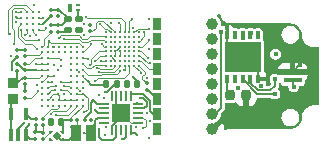
<source format=gbr>
%TF.GenerationSoftware,KiCad,Pcbnew,(7.0.0)*%
%TF.CreationDate,2023-07-05T17:24:14-07:00*%
%TF.ProjectId,Miniscope-v4-Wire-Free,4d696e69-7363-46f7-9065-2d76342d5769,rev?*%
%TF.SameCoordinates,Original*%
%TF.FileFunction,Copper,L6,Bot*%
%TF.FilePolarity,Positive*%
%FSLAX46Y46*%
G04 Gerber Fmt 4.6, Leading zero omitted, Abs format (unit mm)*
G04 Created by KiCad (PCBNEW (7.0.0)) date 2023-07-05 17:24:14*
%MOMM*%
%LPD*%
G01*
G04 APERTURE LIST*
G04 Aperture macros list*
%AMRoundRect*
0 Rectangle with rounded corners*
0 $1 Rounding radius*
0 $2 $3 $4 $5 $6 $7 $8 $9 X,Y pos of 4 corners*
0 Add a 4 corners polygon primitive as box body*
4,1,4,$2,$3,$4,$5,$6,$7,$8,$9,$2,$3,0*
0 Add four circle primitives for the rounded corners*
1,1,$1+$1,$2,$3*
1,1,$1+$1,$4,$5*
1,1,$1+$1,$6,$7*
1,1,$1+$1,$8,$9*
0 Add four rect primitives between the rounded corners*
20,1,$1+$1,$2,$3,$4,$5,0*
20,1,$1+$1,$4,$5,$6,$7,0*
20,1,$1+$1,$6,$7,$8,$9,0*
20,1,$1+$1,$8,$9,$2,$3,0*%
%AMRotRect*
0 Rectangle, with rotation*
0 The origin of the aperture is its center*
0 $1 length*
0 $2 width*
0 $3 Rotation angle, in degrees counterclockwise*
0 Add horizontal line*
21,1,$1,$2,0,0,$3*%
%AMFreePoly0*
4,1,6,0.110000,-0.125000,-0.110000,-0.125000,-0.140000,-0.125000,-0.140000,0.095000,0.110000,0.345000,0.110000,-0.125000,0.110000,-0.125000,$1*%
%AMFreePoly1*
4,1,6,0.140000,0.095000,0.140000,-0.125000,-0.110000,-0.125000,-0.110000,0.275000,-0.040000,0.275000,0.140000,0.095000,0.140000,0.095000,$1*%
%AMFreePoly2*
4,1,7,0.110000,-0.125000,-0.110000,-0.125000,-0.140000,-0.125000,-0.140000,0.095000,0.040000,0.275000,0.110000,0.275000,0.110000,-0.125000,0.110000,-0.125000,$1*%
G04 Aperture macros list end*
%TA.AperFunction,ComponentPad*%
%ADD10C,1.000000*%
%TD*%
%TA.AperFunction,SMDPad,CuDef*%
%ADD11R,1.500000X0.450000*%
%TD*%
%TA.AperFunction,SMDPad,CuDef*%
%ADD12RoundRect,0.145000X0.145000X0.170000X-0.145000X0.170000X-0.145000X-0.170000X0.145000X-0.170000X0*%
%TD*%
%TA.AperFunction,SMDPad,CuDef*%
%ADD13RoundRect,0.145000X-0.145000X-0.170000X0.145000X-0.170000X0.145000X0.170000X-0.145000X0.170000X0*%
%TD*%
%TA.AperFunction,SMDPad,CuDef*%
%ADD14RoundRect,0.077500X0.092500X-0.077500X0.092500X0.077500X-0.092500X0.077500X-0.092500X-0.077500X0*%
%TD*%
%TA.AperFunction,SMDPad,CuDef*%
%ADD15RoundRect,0.202500X-0.202500X-0.232500X0.202500X-0.232500X0.202500X0.232500X-0.202500X0.232500X0*%
%TD*%
%TA.AperFunction,SMDPad,CuDef*%
%ADD16RoundRect,0.077500X-0.077500X-0.092500X0.077500X-0.092500X0.077500X0.092500X-0.077500X0.092500X0*%
%TD*%
%TA.AperFunction,SMDPad,CuDef*%
%ADD17RoundRect,0.145000X0.170000X-0.145000X0.170000X0.145000X-0.170000X0.145000X-0.170000X-0.145000X0*%
%TD*%
%TA.AperFunction,SMDPad,CuDef*%
%ADD18RoundRect,0.222500X0.237500X-0.222500X0.237500X0.222500X-0.237500X0.222500X-0.237500X-0.222500X0*%
%TD*%
%TA.AperFunction,SMDPad,CuDef*%
%ADD19C,0.250000*%
%TD*%
%TA.AperFunction,SMDPad,CuDef*%
%ADD20R,0.812800X1.320800*%
%TD*%
%TA.AperFunction,SMDPad,CuDef*%
%ADD21RoundRect,0.077500X-0.092500X0.077500X-0.092500X-0.077500X0.092500X-0.077500X0.092500X0.077500X0*%
%TD*%
%TA.AperFunction,SMDPad,CuDef*%
%ADD22R,0.340000X0.990000*%
%TD*%
%TA.AperFunction,SMDPad,CuDef*%
%ADD23FreePoly0,90.000000*%
%TD*%
%TA.AperFunction,SMDPad,CuDef*%
%ADD24FreePoly1,90.000000*%
%TD*%
%TA.AperFunction,SMDPad,CuDef*%
%ADD25FreePoly2,270.000000*%
%TD*%
%TA.AperFunction,SMDPad,CuDef*%
%ADD26FreePoly1,270.000000*%
%TD*%
%TA.AperFunction,SMDPad,CuDef*%
%ADD27RotRect,0.480000X0.480000X225.000000*%
%TD*%
%TA.AperFunction,SMDPad,CuDef*%
%ADD28C,0.228600*%
%TD*%
%TA.AperFunction,SMDPad,CuDef*%
%ADD29RoundRect,0.050000X-0.050000X0.375000X-0.050000X-0.375000X0.050000X-0.375000X0.050000X0.375000X0*%
%TD*%
%TA.AperFunction,SMDPad,CuDef*%
%ADD30RoundRect,0.050000X-0.375000X0.050000X-0.375000X-0.050000X0.375000X-0.050000X0.375000X0.050000X0*%
%TD*%
%TA.AperFunction,SMDPad,CuDef*%
%ADD31R,1.650000X1.650000*%
%TD*%
%TA.AperFunction,SMDPad,CuDef*%
%ADD32R,0.800000X1.000000*%
%TD*%
%TA.AperFunction,SMDPad,CuDef*%
%ADD33RoundRect,0.080000X-0.080000X0.270000X-0.080000X-0.270000X0.080000X-0.270000X0.080000X0.270000X0*%
%TD*%
%TA.AperFunction,SMDPad,CuDef*%
%ADD34R,3.149999X2.550000*%
%TD*%
%TA.AperFunction,SMDPad,CuDef*%
%ADD35RoundRect,0.077500X0.077500X0.092500X-0.077500X0.092500X-0.077500X-0.092500X0.077500X-0.092500X0*%
%TD*%
%TA.AperFunction,SMDPad,CuDef*%
%ADD36R,0.400000X0.250000*%
%TD*%
%TA.AperFunction,SMDPad,CuDef*%
%ADD37R,0.400000X0.700000*%
%TD*%
%TA.AperFunction,ViaPad*%
%ADD38C,0.304800*%
%TD*%
%TA.AperFunction,ViaPad*%
%ADD39C,0.254000*%
%TD*%
%TA.AperFunction,ViaPad*%
%ADD40C,0.400000*%
%TD*%
%TA.AperFunction,Conductor*%
%ADD41C,0.152400*%
%TD*%
%TA.AperFunction,Conductor*%
%ADD42C,0.101600*%
%TD*%
%TA.AperFunction,Conductor*%
%ADD43C,0.076200*%
%TD*%
%TA.AperFunction,Conductor*%
%ADD44C,0.203200*%
%TD*%
G04 APERTURE END LIST*
D10*
%TO.P,J21,1,Pin_1*%
%TO.N,+3V3*%
X97000000Y-60055000D03*
%TD*%
%TO.P,J22,1,Pin_1*%
%TO.N,/I2C_BB_SCL*%
X97000000Y-61325000D03*
%TD*%
%TO.P,J24,1,Pin_1*%
%TO.N,/IR_REC*%
X97000000Y-63865000D03*
%TD*%
%TO.P,J25,1,Pin_1*%
%TO.N,/I_LED*%
X97000000Y-65135000D03*
%TD*%
%TO.P,J26,1,Pin_1*%
%TO.N,+1V8*%
X97000000Y-66405000D03*
%TD*%
%TO.P,J27,1,Pin_1*%
%TO.N,/nON*%
X97000000Y-67675000D03*
%TD*%
%TO.P,J23,1,Pin_1*%
%TO.N,/I2C_BB_SDA*%
X97000000Y-62595000D03*
%TD*%
%TO.P,J12,1,Pin_1*%
%TO.N,GND*%
X97000000Y-68945000D03*
%TD*%
D11*
%TO.P,D1,A,A*%
%TO.N,/I_LED*%
X103799999Y-64849999D03*
%TO.P,D1,C,C*%
%TO.N,GND*%
X103799999Y-64149999D03*
%TD*%
D12*
%TO.P,C6,1*%
%TO.N,+1V8*%
X88883400Y-65134000D03*
%TO.P,C6,2*%
%TO.N,GND*%
X87993400Y-65134000D03*
%TD*%
D13*
%TO.P,C7,1*%
%TO.N,+3V3*%
X89746000Y-65159400D03*
%TO.P,C7,2*%
%TO.N,GND*%
X90636000Y-65159400D03*
%TD*%
D14*
%TO.P,C9,1*%
%TO.N,+1V8*%
X83311500Y-59412500D03*
%TO.P,C9,2*%
%TO.N,GND*%
X83311500Y-58862500D03*
%TD*%
%TO.P,C10,1*%
%TO.N,+3V3*%
X83946500Y-59412500D03*
%TO.P,C10,2*%
%TO.N,GND*%
X83946500Y-58862500D03*
%TD*%
%TO.P,C11,1*%
%TO.N,+3V3*%
X80454100Y-62841500D03*
%TO.P,C11,2*%
%TO.N,GND*%
X80454100Y-62291500D03*
%TD*%
D15*
%TO.P,C16,1*%
%TO.N,Net-(U2-HV)*%
X98479000Y-66100200D03*
%TO.P,C16,2*%
%TO.N,GND*%
X99839000Y-66100200D03*
%TD*%
D14*
%TO.P,C27,1*%
%TO.N,+1V8*%
X82016200Y-69800400D03*
%TO.P,C27,2*%
%TO.N,GND*%
X82016200Y-69250400D03*
%TD*%
%TO.P,C36,1*%
%TO.N,/VREF_BOTPLATE*%
X80479500Y-64022600D03*
%TO.P,C36,2*%
%TO.N,GND*%
X80479500Y-63472600D03*
%TD*%
%TO.P,C38,1*%
%TO.N,+3V3*%
X83311500Y-60720600D03*
%TO.P,C38,2*%
%TO.N,GND*%
X83311500Y-60170600D03*
%TD*%
%TO.P,C41,1*%
%TO.N,+3V3*%
X83946500Y-60720600D03*
%TO.P,C41,2*%
%TO.N,GND*%
X83946500Y-60170600D03*
%TD*%
D16*
%TO.P,C48,1*%
%TO.N,/VDD_PIX*%
X85015600Y-68208400D03*
%TO.P,C48,2*%
%TO.N,GND*%
X85565600Y-68208400D03*
%TD*%
D17*
%TO.P,C50,1*%
%TO.N,+3V3*%
X84759300Y-60585800D03*
%TO.P,C50,2*%
%TO.N,GND*%
X84759300Y-59695800D03*
%TD*%
%TO.P,C52,1*%
%TO.N,+1V8*%
X85699100Y-60560400D03*
%TO.P,C52,2*%
%TO.N,GND*%
X85699100Y-59670400D03*
%TD*%
D18*
%TO.P,L4,1*%
%TO.N,Net-(U9--)*%
X80162000Y-66401200D03*
%TO.P,L4,2*%
%TO.N,/VREF_BOTPLATE*%
X80162000Y-65071200D03*
%TD*%
D19*
%TO.P,U8,A1,VDD_PIX*%
%TO.N,/VDD_PIX*%
X86046000Y-66989600D03*
%TO.P,U8,A2,VDD_18*%
%TO.N,+1V8*%
X86046000Y-66489600D03*
%TO.P,U8,A3,TR2*%
%TO.N,GND*%
X86046000Y-65989600D03*
%TO.P,U8,A4,SS_N*%
%TO.N,/SPI1_NSS*%
X86046000Y-65489600D03*
%TO.P,U8,A5,FRAME_VALID*%
%TO.N,/PCC_DEN1*%
X86046000Y-64989600D03*
%TO.P,U8,A6,VSS_COLPC*%
%TO.N,GND*%
X86046000Y-64489600D03*
%TO.P,U8,A7,DOUT7*%
%TO.N,/PCC_DATA5*%
X86046000Y-63989600D03*
%TO.P,U8,A8,CLK_OUT*%
%TO.N,/PCC_CLK*%
X86046000Y-63489600D03*
%TO.P,U8,A9,DOUT2*%
%TO.N,/PCC_DATA0*%
X86046000Y-62989600D03*
%TO.P,U8,A10,VDD_18*%
%TO.N,+1V8*%
X86046000Y-62489600D03*
%TO.P,U8,A11,VSS_COLPC*%
%TO.N,GND*%
X86046000Y-61989600D03*
%TO.P,U8,B1,VDD_33*%
%TO.N,+3V3*%
X85546000Y-66989600D03*
%TO.P,U8,B2,VSS_COLPC*%
%TO.N,GND*%
X85546000Y-66489600D03*
%TO.P,U8,B3,TR1*%
X85546000Y-65989600D03*
%TO.P,U8,B4,SCK*%
%TO.N,/SPI1_SCK*%
X85546000Y-65489600D03*
%TO.P,U8,B5,LINE_VALID*%
%TO.N,/PCC_DEN2*%
X85546000Y-64989600D03*
%TO.P,U8,B6,VDD_PIX*%
%TO.N,/VDD_PIX*%
X85546000Y-64489600D03*
%TO.P,U8,B7,DOUT6*%
%TO.N,/PCC_DATA4*%
X85546000Y-63989600D03*
%TO.P,U8,B8,DOUT4*%
%TO.N,/PCC_DATA2*%
X85546000Y-63489600D03*
%TO.P,U8,B9,DOUT0*%
%TO.N,unconnected-(U8-DOUT0-PadB9)*%
X85546000Y-62989600D03*
%TO.P,U8,B10,VDD_PIX*%
%TO.N,/VDD_PIX*%
X85546000Y-62489600D03*
%TO.P,U8,B11,CLK_OUTP*%
%TO.N,unconnected-(U8-CLK_OUTP-PadB11)*%
X85546000Y-61989600D03*
%TO.P,U8,C1,MONITOR0*%
%TO.N,/MONITOR0*%
X85046000Y-66989600D03*
%TO.P,U8,C2,SCAN_EN*%
%TO.N,GND*%
X85046000Y-66489600D03*
%TO.P,U8,C3,TRIGGER0*%
%TO.N,/TRIGGER0*%
X85046000Y-65989600D03*
%TO.P,U8,C4,RESET_N*%
%TO.N,/RESET_N*%
X85046000Y-65489600D03*
%TO.P,U8,C5,DOUT9*%
%TO.N,/PCC_DATA7*%
X85046000Y-64989600D03*
%TO.P,U8,C6,DOUT8*%
%TO.N,/PCC_DATA6*%
X85046000Y-64489600D03*
%TO.P,U8,C7,DOUT5*%
%TO.N,/PCC_DATA3*%
X85046000Y-63989600D03*
%TO.P,U8,C8,DOUT3*%
%TO.N,/PCC_DATA1*%
X85046000Y-63489600D03*
%TO.P,U8,C9,DOUT1*%
%TO.N,unconnected-(U8-DOUT1-PadC9)*%
X85046000Y-62989600D03*
%TO.P,U8,C10,CLK_OUTN*%
%TO.N,unconnected-(U8-CLK_OUTN-PadC10)*%
X85046000Y-62489600D03*
%TO.P,U8,C11,DOUTP*%
%TO.N,unconnected-(U8-DOUTP-PadC11)*%
X85046000Y-61989600D03*
%TO.P,U8,D1,MONITOR1*%
%TO.N,/MONITOR1*%
X84546000Y-66989600D03*
%TO.P,U8,D2,VSS_18*%
%TO.N,GND*%
X84546000Y-66489600D03*
%TO.P,U8,D10,DOUTN*%
%TO.N,unconnected-(U8-DOUTN-PadD10)*%
X84546000Y-62489600D03*
%TO.P,U8,D11,SYNCP*%
%TO.N,unconnected-(U8-SYNCP-PadD11)*%
X84546000Y-61989600D03*
%TO.P,U8,E1,IBIAS_MASTER*%
%TO.N,Net-(U8-IBIAS_MASTER)*%
X84046000Y-66989600D03*
%TO.P,U8,E2,VSS_33*%
%TO.N,GND*%
X84046000Y-66489600D03*
%TO.P,U8,E10,SYNCN*%
%TO.N,unconnected-(U8-SYNCN-PadE10)*%
X84046000Y-62489600D03*
%TO.P,U8,E11,LVDS_CLK_INP*%
%TO.N,unconnected-(U8-LVDS_CLK_INP-PadE11)*%
X84046000Y-61989600D03*
%TO.P,U8,F1,CP_RESPD*%
%TO.N,unconnected-(U8-CP_RESPD-PadF1)*%
X83546000Y-66989600D03*
%TO.P,U8,F2,MONITOR2*%
%TO.N,/MONITOR2*%
X83546000Y-66489600D03*
%TO.P,U8,F10,LVDS_CLK_INN*%
%TO.N,unconnected-(U8-LVDS_CLK_INN-PadF10)*%
X83546000Y-62489600D03*
%TO.P,U8,F11,VDD_33*%
%TO.N,+3V3*%
X83546000Y-61989600D03*
%TO.P,U8,G1,CP_CALIB*%
%TO.N,unconnected-(U8-CP_CALIB-PadG1)*%
X83046000Y-66989600D03*
%TO.P,U8,G2,VSS_33*%
%TO.N,GND*%
X83046000Y-66489600D03*
%TO.P,U8,G3,VDD_33*%
%TO.N,+3V3*%
X83046000Y-65989600D03*
%TO.P,U8,G4,MISO*%
%TO.N,/SPI1_MISO*%
X83046000Y-65489600D03*
%TO.P,U8,G5,MOSI*%
%TO.N,/SPI1_MOSI*%
X83046000Y-64989600D03*
%TO.P,U8,G6,VSS_18*%
%TO.N,GND*%
X83046000Y-64489600D03*
%TO.P,U8,G7,VSS_18*%
X83046000Y-63989600D03*
%TO.P,U8,G8,VSS_18*%
X83046000Y-63489600D03*
%TO.P,U8,G9,CLK_PLL*%
%TO.N,/CLK1_OUT*%
X83046000Y-62989600D03*
%TO.P,U8,G10,LOCK_DETECT*%
%TO.N,/LOCK_DETECT*%
X83046000Y-62489600D03*
%TO.P,U8,G11,VSS_18*%
%TO.N,GND*%
X83046000Y-61989600D03*
%TO.P,U8,H1,MBSINOUT1*%
%TO.N,unconnected-(U8-MBSINOUT1-PadH1)*%
X82546000Y-66989600D03*
%TO.P,U8,H2,MBSINOUT1*%
%TO.N,unconnected-(U8-MBSINOUT1-PadH2)*%
X82546000Y-66489600D03*
%TO.P,U8,H3,MBSINOUT2*%
%TO.N,unconnected-(U8-MBSINOUT2-PadH3)*%
X82546000Y-65989600D03*
%TO.P,U8,H4,CP_SEL_SAMPLE*%
%TO.N,unconnected-(U8-CP_SEL_SAMPLE-PadH4)*%
X82546000Y-65489600D03*
%TO.P,U8,H5,TEST_ENABLE*%
%TO.N,GND*%
X82546000Y-64989600D03*
%TO.P,U8,H6,VREF_BOTPLATE*%
%TO.N,/VREF_BOTPLATE*%
X82546000Y-64489600D03*
%TO.P,U8,H7,VSS_33*%
%TO.N,GND*%
X82546000Y-63989600D03*
%TO.P,U8,H8,VSS_33*%
X82546000Y-63489600D03*
%TO.P,U8,H9,VDD_18*%
%TO.N,+1V8*%
X82546000Y-62989600D03*
%TO.P,U8,H10,VDD_33*%
%TO.N,+3V3*%
X82546000Y-62489600D03*
%TO.P,U8,H11,VDD_33*%
X82546000Y-61989600D03*
%TD*%
D20*
%TO.P,J9,1,Pin_1*%
%TO.N,GND*%
X85446799Y-69347599D03*
%TD*%
%TO.P,J10,1,Pin_1*%
%TO.N,/BAT+*%
X86716799Y-69347599D03*
%TD*%
D21*
%TO.P,C30,1*%
%TO.N,+3V3*%
X82041600Y-68107400D03*
%TO.P,C30,2*%
%TO.N,GND*%
X82041600Y-68657400D03*
%TD*%
D19*
%TO.P,U4,A1,IO_VL3*%
%TO.N,/SDMMC1_D2*%
X82309000Y-59073300D03*
%TO.P,U4,A2,IO_VCC3*%
%TO.N,/SD_DAT2*%
X81809000Y-59073300D03*
%TO.P,U4,A3,IO_VCC4*%
%TO.N,/SD_DAT3*%
X81309000Y-59073300D03*
%TO.P,U4,A4,IO_VL4*%
%TO.N,/SDMMC1_D3*%
X80809000Y-59073300D03*
%TO.P,U4,B1,IO_VL2*%
%TO.N,/SDMMC1_D1*%
X82309000Y-59573300D03*
%TO.P,U4,B2,IO_VCC2*%
%TO.N,/SD_DAT1*%
X81809000Y-59573300D03*
%TO.P,U4,B3,IO_VCC5*%
%TO.N,/SD_CMD*%
X81309000Y-59573300D03*
%TO.P,U4,B4,IO_VL5*%
%TO.N,/SDMMC1_CMD*%
X80809000Y-59573300D03*
%TO.P,U4,C1,VL*%
%TO.N,+1V8*%
X82309000Y-60073300D03*
%TO.P,U4,C2,VCC*%
%TO.N,+3V3*%
X81809000Y-60073300D03*
%TO.P,U4,C3,GND*%
%TO.N,GND*%
X81309000Y-60073300D03*
%TO.P,U4,C4,EN*%
%TO.N,+1V8*%
X80809000Y-60073300D03*
%TO.P,U4,D1,IO_VL1*%
%TO.N,/SDMMC1_D0*%
X82309000Y-60573300D03*
%TO.P,U4,D2,IO_VCC1*%
%TO.N,/SD_DAT0*%
X81809000Y-60573300D03*
%TO.P,U4,D3,IO_VCC6*%
%TO.N,/SD_CLK*%
X81309000Y-60573300D03*
%TO.P,U4,D4,IO_VL6*%
%TO.N,/SDMMC1_CK*%
X80809000Y-60573300D03*
%TD*%
D22*
%TO.P,U9,1,+*%
%TO.N,+1V8*%
X81218399Y-69495599D03*
%TO.P,U9,2,V-*%
%TO.N,GND*%
X80568399Y-69495599D03*
%TO.P,U9,3,-*%
%TO.N,Net-(U9--)*%
X79918399Y-69495599D03*
%TO.P,U9,4*%
X79918399Y-67675599D03*
%TO.P,U9,5,V+*%
%TO.N,+3V3*%
X81218399Y-67675599D03*
%TD*%
D14*
%TO.P,C37,1*%
%TO.N,VDC*%
X82625800Y-69825800D03*
%TO.P,C37,2*%
%TO.N,GND*%
X82625800Y-69275800D03*
%TD*%
D12*
%TO.P,C51,1*%
%TO.N,/VDD_PIX*%
X84213800Y-68382400D03*
%TO.P,C51,2*%
%TO.N,GND*%
X83323800Y-68382400D03*
%TD*%
D23*
%TO.P,U7,1,VOUT*%
%TO.N,/VDD_PIX*%
X84344600Y-69210800D03*
D24*
%TO.P,U7,2,GND*%
%TO.N,GND*%
X84344600Y-69890800D03*
D25*
%TO.P,U7,3,nSHDN*%
%TO.N,+3V3*%
X83294600Y-69890800D03*
D26*
%TO.P,U7,4,VIN*%
%TO.N,VDC*%
X83294600Y-69210800D03*
D27*
%TO.P,U7,5,EP*%
%TO.N,GND*%
X83819599Y-69550799D03*
%TD*%
D28*
%TO.P,U6,A1,PA25*%
%TO.N,/PUSH_BUT_MCU*%
X90782200Y-63598200D03*
%TO.P,U6,A2,PB22*%
%TO.N,/IR_REC*%
X90782200Y-63198200D03*
%TO.P,U6,A3,PB23*%
%TO.N,/nCHRG*%
X90782200Y-62798200D03*
%TO.P,U6,A4,VDDCORE*%
%TO.N,/VDDCORE*%
X90782200Y-62398200D03*
%TO.P,U6,A5,VSW*%
%TO.N,Net-(U6B-VSW)*%
X90782200Y-61998200D03*
%TO.P,U6,A6,PB30*%
%TO.N,/LED_PWM*%
X90782200Y-61598200D03*
%TO.P,U6,A7,PB00*%
%TO.N,/I2C_BB_SDA*%
X90782200Y-61198200D03*
%TO.P,U6,A8,PB02*%
%TO.N,/I2C_BB_SCL*%
X90782200Y-60798200D03*
%TO.P,U6,B1,PA24*%
%TO.N,/3V3_EN*%
X90382200Y-63598200D03*
%TO.P,U6,B2,GND*%
%TO.N,GND*%
X90382200Y-63198200D03*
%TO.P,U6,B3,PA27*%
%TO.N,unconnected-(U6A-PA27-PadB3)*%
X90382200Y-62798200D03*
%TO.P,U6,B4,\u002ARESET*%
%TO.N,/nRESET*%
X90382200Y-62398200D03*
%TO.P,U6,B5,VDDIO*%
%TO.N,+1V8*%
X90382200Y-61998200D03*
%TO.P,U6,B6,PB31*%
%TO.N,unconnected-(U6A-PB31-PadB6)*%
X90382200Y-61598200D03*
%TO.P,U6,B7,PB01*%
%TO.N,/ENT*%
X90382200Y-61198200D03*
%TO.P,U6,B8,PA00*%
%TO.N,/XIN32*%
X90382200Y-60798200D03*
%TO.P,U6,C1,PA22*%
%TO.N,/PCC_DATA6*%
X89982200Y-63598200D03*
%TO.P,U6,C2,PA23*%
%TO.N,/PCC_DATA7*%
X89982200Y-63198200D03*
%TO.P,U6,C3,VDDIO*%
%TO.N,+1V8*%
X89982200Y-62798200D03*
%TO.P,U6,C4,GND*%
%TO.N,GND*%
X89982200Y-62398200D03*
%TO.P,U6,C5,PA30*%
%TO.N,/SWCLK*%
X89982200Y-61998200D03*
%TO.P,U6,C6,PB03*%
%TO.N,unconnected-(U6A-PB03-PadC6)*%
X89982200Y-61598200D03*
%TO.P,U6,C7,PA02*%
%TO.N,/ADC0*%
X89982200Y-61198200D03*
%TO.P,U6,C8,PA01*%
%TO.N,/XOUT32*%
X89982200Y-60798200D03*
%TO.P,U6,D1,PB17*%
%TO.N,/UART_RX*%
X89582200Y-63598200D03*
%TO.P,U6,D2,PA20*%
%TO.N,/PCC_DATA4*%
X89582200Y-63198200D03*
%TO.P,U6,D3,PA21*%
%TO.N,/PCC_DATA5*%
X89582200Y-62798200D03*
%TO.P,U6,D4,PB16*%
%TO.N,/UART_TX*%
X89582200Y-62398200D03*
%TO.P,U6,D5,PA31*%
%TO.N,/SWDIO*%
X89582200Y-61998200D03*
%TO.P,U6,D6,PA03*%
%TO.N,unconnected-(U6A-PA03-PadD6)*%
X89582200Y-61598200D03*
%TO.P,U6,D7,PB04*%
%TO.N,unconnected-(U6A-PB04-PadD7)*%
X89582200Y-61198200D03*
%TO.P,U6,D8,PB05*%
%TO.N,/SD_DET*%
X89582200Y-60798200D03*
%TO.P,U6,E1,PA18*%
%TO.N,/PCC_DATA2*%
X89182200Y-63598200D03*
%TO.P,U6,E2,PA19*%
%TO.N,/PCC_DATA3*%
X89182200Y-63198200D03*
%TO.P,U6,E3,VDDIO*%
%TO.N,+1V8*%
X89182200Y-62798200D03*
%TO.P,U6,E4,VDDIOB*%
X89182200Y-62398200D03*
%TO.P,U6,E5,GNDANA*%
%TO.N,GND*%
X89182200Y-61998200D03*
%TO.P,U6,E6,PB07*%
%TO.N,unconnected-(U6A-PB07-PadE6)*%
X89182200Y-61598200D03*
%TO.P,U6,E7,PB06*%
%TO.N,unconnected-(U6A-PB06-PadE7)*%
X89182200Y-61198200D03*
%TO.P,U6,E8,VDDANA*%
%TO.N,/VDDA*%
X89182200Y-60798200D03*
%TO.P,U6,F1,PA17*%
%TO.N,/PCC_DATA1*%
X88782200Y-63598200D03*
%TO.P,U6,F2,PA12*%
%TO.N,/PCC_DEN1*%
X88782200Y-63198200D03*
%TO.P,U6,F3,GND*%
%TO.N,GND*%
X88782200Y-62798200D03*
%TO.P,U6,F4,GND*%
X88782200Y-62398200D03*
%TO.P,U6,F5,PB08*%
%TO.N,unconnected-(U6A-PB08-PadF5)*%
X88782200Y-61998200D03*
%TO.P,U6,F6,PA05*%
%TO.N,/SPI1_SCK*%
X88782200Y-61598200D03*
%TO.P,U6,F7,PA04*%
%TO.N,/SPI1_MOSI*%
X88782200Y-61198200D03*
%TO.P,U6,F8,PB09*%
%TO.N,/LED_STATUS*%
X88782200Y-60798200D03*
%TO.P,U6,G1,PA16*%
%TO.N,/PCC_DATA0*%
X88382200Y-63598200D03*
%TO.P,U6,G2,PA13*%
%TO.N,/PCC_DEN2*%
X88382200Y-63198200D03*
%TO.P,U6,G3,PB14*%
%TO.N,/PCC_DEN1*%
X88382200Y-62798200D03*
%TO.P,U6,G4,PB11*%
%TO.N,/SDMMC1_CK*%
X88382200Y-62398200D03*
%TO.P,U6,G5,PA11*%
%TO.N,/SDMMC1_D2*%
X88382200Y-61998200D03*
%TO.P,U6,G6,PA09*%
%TO.N,/SDMMC1_D0*%
X88382200Y-61598200D03*
%TO.P,U6,G7,PA06*%
%TO.N,/SPI1_MISO*%
X88382200Y-61198200D03*
%TO.P,U6,G8,PA07*%
%TO.N,/MONITOR0*%
X88382200Y-60798200D03*
%TO.P,U6,H1,PA14*%
%TO.N,/PCC_CLK*%
X87982200Y-63598200D03*
%TO.P,U6,H2,PA15*%
%TO.N,/TRIGGER0*%
X87982200Y-63198200D03*
%TO.P,U6,H3,PB15*%
%TO.N,/CLK1_OUT*%
X87982200Y-62798200D03*
%TO.P,U6,H4,PB13*%
%TO.N,/RESET_N*%
X87982200Y-62398200D03*
%TO.P,U6,H5,PB12*%
%TO.N,/SPI1_NSS*%
X87982200Y-61998200D03*
%TO.P,U6,H6,PB15*%
%TO.N,/SDMMC1_D3*%
X87982200Y-61598200D03*
%TO.P,U6,H7,PA10*%
%TO.N,/SDMMC1_D1*%
X87982200Y-61198200D03*
%TO.P,U6,H8,PA08*%
%TO.N,/SDMMC1_CMD*%
X87982200Y-60798200D03*
%TD*%
D29*
%TO.P,U1,1,HPWR*%
%TO.N,Net-(U1-HPWR)*%
X88480600Y-66171100D03*
%TO.P,U1,2,FSEL*%
%TO.N,GND*%
X88880600Y-66171100D03*
%TO.P,U1,3,PBSTAT*%
%TO.N,/PUSH_BUT_MCU*%
X89280600Y-66171100D03*
%TO.P,U1,4,PGOOD*%
%TO.N,unconnected-(U1-PGOOD-Pad4)*%
X89680600Y-66171100D03*
%TO.P,U1,5,nON*%
%TO.N,/nON*%
X90080600Y-66171100D03*
D30*
%TO.P,U1,6,FB1*%
%TO.N,Net-(U1-FB1)*%
X90730600Y-66821100D03*
%TO.P,U1,7,FB2*%
%TO.N,Net-(U1-FB2)*%
X90730600Y-67221100D03*
%TO.P,U1,8,PWR_ON2*%
%TO.N,/3V3_EN*%
X90730600Y-67621100D03*
%TO.P,U1,9,PWR_ON1*%
%TO.N,+1V8*%
X90730600Y-68021100D03*
%TO.P,U1,10,STBY*%
%TO.N,GND*%
X90730600Y-68421100D03*
D29*
%TO.P,U1,11,SW2*%
%TO.N,Net-(U1-SW2)*%
X90080600Y-69071100D03*
%TO.P,U1,12,BVIN*%
%TO.N,VDC*%
X89680600Y-69071100D03*
%TO.P,U1,13,SW1*%
%TO.N,Net-(U1-SW1)*%
X89280600Y-69071100D03*
%TO.P,U1,14,nCHRG*%
%TO.N,/nCHRG*%
X88880600Y-69071100D03*
%TO.P,U1,15,NTC*%
%TO.N,GND*%
X88480600Y-69071100D03*
D30*
%TO.P,U1,16,PROG*%
%TO.N,Net-(U1-PROG)*%
X87830600Y-68421100D03*
%TO.P,U1,17,BAT*%
%TO.N,/BAT+*%
X87830600Y-68021100D03*
%TO.P,U1,18,V_OUT*%
%TO.N,VDC*%
X87830600Y-67621100D03*
%TO.P,U1,19,SUSP*%
%TO.N,unconnected-(U1-SUSP-Pad19)*%
X87830600Y-67221100D03*
%TO.P,U1,20,V_BUS*%
%TO.N,/USB_VBUS*%
X87830600Y-66821100D03*
D31*
%TO.P,U1,21,GND*%
%TO.N,GND*%
X89280599Y-67621099D03*
%TD*%
D32*
%TO.P,J14,1,Pin_1*%
%TO.N,+3V3*%
X92330199Y-60054999D03*
%TD*%
%TO.P,J15,1,Pin_1*%
%TO.N,/I2C_BB_SCL*%
X92330199Y-61324999D03*
%TD*%
%TO.P,J16,1,Pin_1*%
%TO.N,/I2C_BB_SDA*%
X92330199Y-62594999D03*
%TD*%
%TO.P,J17,1,Pin_1*%
%TO.N,/IR_REC*%
X92330199Y-63864999D03*
%TD*%
%TO.P,J18,1,Pin_1*%
%TO.N,/I_LED*%
X92330199Y-65134999D03*
%TD*%
%TO.P,J19,1,Pin_1*%
%TO.N,+1V8*%
X92330199Y-66404999D03*
%TD*%
%TO.P,J20,1,Pin_1*%
%TO.N,/nON*%
X92330199Y-67674999D03*
%TD*%
D33*
%TO.P,U2,1,GND1*%
%TO.N,GND*%
X98265400Y-61039400D03*
%TO.P,U2,2,VIN*%
%TO.N,+3V3*%
X98915400Y-61039400D03*
%TO.P,U2,3,SCL*%
%TO.N,/I2C_BB_SCL*%
X99565400Y-61039400D03*
%TO.P,U2,4,SDA*%
%TO.N,/I2C_BB_SDA*%
X100215400Y-61039400D03*
%TO.P,U2,5,VDD*%
%TO.N,+1V8*%
X100865400Y-61039400D03*
%TO.P,U2,6,GND2*%
%TO.N,GND*%
X100865400Y-64709400D03*
%TO.P,U2,7,OUT2*%
%TO.N,/EWL_2*%
X100215400Y-64709400D03*
%TO.P,U2,8,OUT1*%
%TO.N,/EWL_1*%
X99565400Y-64709400D03*
%TO.P,U2,9,NC*%
%TO.N,unconnected-(U2-NC-Pad9)*%
X98915400Y-64709400D03*
%TO.P,U2,10,HV*%
%TO.N,Net-(U2-HV)*%
X98265400Y-64709400D03*
D34*
%TO.P,U2,11*%
%TO.N,N/C*%
X99565399Y-62874399D03*
%TD*%
D14*
%TO.P,C44,1*%
%TO.N,+3V3*%
X81114400Y-62828800D03*
%TO.P,C44,2*%
%TO.N,GND*%
X81114400Y-62278800D03*
%TD*%
%TO.P,C40,1*%
%TO.N,+3V3*%
X81114400Y-66334000D03*
%TO.P,C40,2*%
%TO.N,GND*%
X81114400Y-65784000D03*
%TD*%
D21*
%TO.P,C53,1*%
%TO.N,/VREF_BOTPLATE*%
X81114400Y-64615600D03*
%TO.P,C53,2*%
%TO.N,GND*%
X81114400Y-65165600D03*
%TD*%
%TO.P,C49,1*%
%TO.N,+1V8*%
X81114500Y-63447200D03*
%TO.P,C49,2*%
%TO.N,GND*%
X81114500Y-63997200D03*
%TD*%
D14*
%TO.P,R16,1*%
%TO.N,+1V8*%
X91424700Y-65643500D03*
%TO.P,R16,2*%
%TO.N,/PUSH_BUT_MCU*%
X91424700Y-65093500D03*
%TD*%
D35*
%TO.P,R17,1*%
%TO.N,Net-(U1-HPWR)*%
X86751100Y-68213300D03*
%TO.P,R17,2*%
%TO.N,/USB_VBUS*%
X86201100Y-68213300D03*
%TD*%
D32*
%TO.P,J11,1,Pin_1*%
%TO.N,GND*%
X92330199Y-68944999D03*
%TD*%
D21*
%TO.P,R19,1*%
%TO.N,Net-(Q2-B)*%
X86636800Y-60153200D03*
%TO.P,R19,2*%
%TO.N,/LED_STATUS*%
X86636800Y-60703200D03*
%TD*%
D36*
%TO.P,Q2,1,B*%
%TO.N,Net-(Q2-B)*%
X85640599Y-58475999D03*
%TO.P,Q2,2,E*%
%TO.N,GND*%
X85640599Y-58925999D03*
D37*
%TO.P,Q2,3,C*%
%TO.N,Net-(D2-K)*%
X84940599Y-58700999D03*
%TD*%
D21*
%TO.P,R21,1*%
%TO.N,Net-(U8-IBIAS_MASTER)*%
X82630000Y-68115000D03*
%TO.P,R21,2*%
%TO.N,GND*%
X82630000Y-68665000D03*
%TD*%
D38*
%TO.N,Net-(U1-FB1)*%
X87808100Y-66367500D03*
D39*
X90601400Y-66808300D03*
D38*
%TO.N,Net-(U1-FB2)*%
X90857000Y-66367500D03*
%TO.N,Net-(D2-K)*%
X82191800Y-65254200D03*
D39*
X84960400Y-58701000D03*
D38*
%TO.N,Net-(U1-SW1)*%
X87945402Y-69462600D03*
D39*
X89280600Y-68903800D03*
D38*
%TO.N,Net-(U1-SW2)*%
X90614100Y-69513400D03*
%TO.N,Net-(U6B-VSW)*%
X91615200Y-61410790D03*
D39*
%TO.N,Net-(Q2-B)*%
X86630160Y-60112368D03*
X85620800Y-58472400D03*
D38*
%TO.N,Net-(U1-PROG)*%
X87449600Y-68480000D03*
D39*
%TO.N,Net-(U1-HPWR)*%
X88491000Y-66473400D03*
X86738400Y-68213300D03*
D38*
%TO.N,GND*%
X81051000Y-68497400D03*
X83349700Y-68357700D03*
X85474133Y-59612893D03*
X81114500Y-65779600D03*
X92060200Y-69335600D03*
D40*
X99140000Y-68270000D03*
X102200000Y-63590000D03*
D38*
X83957611Y-64010396D03*
D40*
X103820000Y-63550000D03*
X100980000Y-68300000D03*
D38*
X83210000Y-61537800D03*
D40*
X102210000Y-61070000D03*
X99819400Y-66125600D03*
D38*
X81571700Y-61131400D03*
X83556203Y-64504598D03*
X86446800Y-64941400D03*
X83932200Y-66033600D03*
D40*
X99370000Y-62120000D03*
X104410000Y-63580000D03*
D38*
X86131000Y-67544900D03*
X82625800Y-69275800D03*
X85032200Y-68810200D03*
X82090200Y-63476200D03*
X91615200Y-69707000D03*
X83946500Y-60170600D03*
X88417000Y-59963000D03*
X83819600Y-69551500D03*
X81889200Y-58464400D03*
X85722400Y-68835600D03*
X81127200Y-62274400D03*
X89318700Y-67316300D03*
X90282200Y-64535000D03*
X82079700Y-63988900D03*
D39*
X81317700Y-60077300D03*
X89982200Y-62398200D03*
X88782200Y-62398200D03*
X90382200Y-63198200D03*
D38*
%TO.N,/SD_DAT2*%
X79844500Y-60890100D03*
%TO.N,/SD_DAT3*%
X80187400Y-61741000D03*
%TO.N,/SD_DAT0*%
X82067000Y-61017100D03*
%TO.N,/SD_CMD*%
X79971500Y-62769700D03*
D39*
X81305000Y-59569300D03*
D38*
%TO.N,/SD_CLK*%
X81130607Y-61000993D03*
%TO.N,/SD_DAT1*%
X80352500Y-59937600D03*
D39*
X81813000Y-59582000D03*
D38*
%TO.N,/USB_VBUS*%
X86933200Y-66502800D03*
%TO.N,/SWCLK*%
X86154200Y-60123400D03*
D39*
X89982200Y-61998200D03*
D38*
%TO.N,/SWDIO*%
X86116600Y-61029800D03*
D39*
X89582200Y-61998200D03*
D38*
%TO.N,+1V8*%
X91676198Y-62223610D03*
D40*
X100860800Y-61045600D03*
D38*
X81508200Y-68522800D03*
X81114500Y-63447200D03*
X82706100Y-60017900D03*
X91676174Y-59683600D03*
X84465600Y-66006475D03*
X84160800Y-63595200D03*
X88021597Y-68785053D03*
X82143200Y-62210900D03*
X91145275Y-68904400D03*
D40*
X102350000Y-62640000D03*
D38*
X85664425Y-60683005D03*
X87920000Y-65805000D03*
D39*
X86054800Y-66490800D03*
X92330200Y-66405000D03*
X89182200Y-62798200D03*
X86726200Y-61766400D03*
X90730600Y-68021100D03*
X90382200Y-61998200D03*
X89982200Y-62798200D03*
D38*
%TO.N,/SPI1_MOSI*%
X83451300Y-64966800D03*
D39*
X88782200Y-61198200D03*
D38*
%TO.N,/SPI1_MISO*%
X83787717Y-65298375D03*
D39*
X88382200Y-61198200D03*
%TO.N,/SPI1_SCK*%
X88782200Y-61598200D03*
X85787754Y-65731537D03*
%TO.N,/SPI1_NSS*%
X86052254Y-65490537D03*
X87640600Y-61791800D03*
D38*
%TO.N,/SDMMC1_D0*%
X82884880Y-60430360D03*
D39*
X88382200Y-61598200D03*
D38*
%TO.N,/SDMMC1_D1*%
X83982160Y-61273640D03*
X82675813Y-59581213D03*
%TO.N,/SDMMC1_D3*%
X80365202Y-59074000D03*
X84454600Y-61359968D03*
%TO.N,/SDMMC1_CMD*%
X80377900Y-59505800D03*
D39*
X87982200Y-60798200D03*
%TO.N,/SDMMC1_D2*%
X82309000Y-59073300D03*
X88382200Y-61998200D03*
D38*
%TO.N,/SDMMC1_CK*%
X82346400Y-61461600D03*
D39*
X88382200Y-62398200D03*
D38*
%TO.N,+3V3*%
X83946500Y-60720600D03*
X81216100Y-67684600D03*
D40*
X99133600Y-65490600D03*
D38*
X80035000Y-63950800D03*
X81114500Y-62833200D03*
X91424700Y-64644610D03*
X83792000Y-67802000D03*
X82259295Y-65741708D03*
X83311500Y-60720600D03*
D40*
X98930400Y-61020200D03*
D38*
X83652687Y-65681699D03*
X83300000Y-69880000D03*
D39*
X83946600Y-59416900D03*
X89901200Y-65144600D03*
X83551200Y-61995000D03*
X92365000Y-60039200D03*
X81813000Y-60077300D03*
D40*
%TO.N,/EWL_1*%
X102300000Y-65990000D03*
%TO.N,/EWL_2*%
X102299996Y-64770000D03*
D38*
%TO.N,/LED_PWM*%
X91245317Y-60771100D03*
%TO.N,VDC*%
X89307600Y-69800400D03*
X82625800Y-69830900D03*
X87043200Y-67349700D03*
%TO.N,/ENT*%
X90290855Y-60437692D03*
D39*
X90380880Y-61198200D03*
D38*
%TO.N,/VDD_PIX*%
X85546000Y-64489600D03*
X83627400Y-63519002D03*
D39*
X85546800Y-62490300D03*
X86046000Y-66989600D03*
D38*
%TO.N,/VDDA*%
X89129800Y-60025800D03*
%TO.N,/RESET_N*%
X84480000Y-65346075D03*
X86614267Y-63531700D03*
%TO.N,/TRIGGER0*%
X84165513Y-65676275D03*
X87550000Y-63250000D03*
%TO.N,/MONITOR0*%
X83330000Y-67690000D03*
D39*
X87475000Y-60072600D03*
D38*
%TO.N,/BAT+*%
X86125873Y-69346527D03*
D40*
%TO.N,/IR_REC*%
X101110000Y-65340000D03*
D38*
%TO.N,/XIN32*%
X91628400Y-60466300D03*
%TO.N,/XOUT32*%
X90167400Y-59640800D03*
%TO.N,/VDDCORE*%
X91589800Y-62993600D03*
%TO.N,/nRESET*%
X87437400Y-66084400D03*
D39*
X90382200Y-62398200D03*
D38*
%TO.N,/CLK1_OUT*%
X84150000Y-63150000D03*
X87058100Y-63224392D03*
D39*
%TO.N,/PCC_DEN2*%
X88382200Y-63198200D03*
X85546800Y-64992200D03*
%TO.N,/PCC_DATA0*%
X88382200Y-63598200D03*
X86471360Y-63041480D03*
%TO.N,/PCC_DEN1*%
X88782200Y-63198200D03*
X86046000Y-64989600D03*
%TO.N,/PCC_DATA1*%
X87250000Y-63836500D03*
X85046000Y-63489600D03*
%TO.N,/PCC_DATA3*%
X85045999Y-63988900D03*
X89182200Y-63198200D03*
%TO.N,/PCC_DATA2*%
X87423389Y-64153977D03*
X85546800Y-63493600D03*
%TO.N,/PCC_DATA5*%
X89153600Y-64042800D03*
X89582200Y-62798200D03*
%TO.N,/PCC_DATA4*%
X89582200Y-63198200D03*
X85724600Y-64141300D03*
D38*
%TO.N,/ADC0*%
X90536200Y-68776800D03*
D39*
X89982200Y-61198200D03*
D38*
%TO.N,/PCC_DATA7*%
X84175200Y-65002360D03*
D39*
X89982200Y-63198200D03*
%TO.N,/PCC_DATA6*%
X87056400Y-64916000D03*
X85048960Y-64494360D03*
D40*
%TO.N,/I2C_BB_SDA*%
X100238009Y-60867800D03*
D39*
X90782200Y-61198200D03*
X92381000Y-62595000D03*
D40*
%TO.N,/I2C_BB_SCL*%
X99565419Y-61285419D03*
D39*
X92402600Y-61317200D03*
X90782200Y-60798200D03*
D40*
%TO.N,/I_LED*%
X103900000Y-65410000D03*
D38*
X92123196Y-65025600D03*
%TO.N,/UART_RX*%
X91704600Y-68319600D03*
D39*
X89547946Y-64013589D03*
D38*
%TO.N,/UART_TX*%
X91441871Y-67629458D03*
D39*
X89582200Y-62398200D03*
D38*
%TO.N,/SD_DET*%
X86281200Y-59488402D03*
D39*
%TO.N,/PUSH_BUT_MCU*%
X89280600Y-65863790D03*
X91424700Y-65093500D03*
D40*
%TO.N,/nON*%
X97700000Y-60740000D03*
D39*
%TO.N,/3V3_EN*%
X90730600Y-67621100D03*
X90917200Y-64255600D03*
D38*
%TO.N,/nCHRG*%
X88872000Y-68810200D03*
X87398800Y-68962600D03*
D39*
X91692116Y-63424684D03*
%TD*%
D41*
%TO.N,Net-(U1-FB2)*%
X90730600Y-67221100D02*
X91230000Y-67221100D01*
X91426900Y-67024200D02*
X91426900Y-66681300D01*
X91113100Y-66367500D02*
X90857000Y-66367500D01*
X91230000Y-67221100D02*
X91426900Y-67024200D01*
X91426900Y-66681300D02*
X91113100Y-66367500D01*
%TO.N,Net-(U2-HV)*%
X98265400Y-65886600D02*
X98479000Y-66100200D01*
X98265400Y-64709400D02*
X98265400Y-65886600D01*
D42*
%TO.N,Net-(D2-K)*%
X84940600Y-58701000D02*
X84960400Y-58701000D01*
D41*
%TO.N,Net-(U1-SW2)*%
X90425100Y-69324400D02*
X90614100Y-69513400D01*
X90082200Y-69324400D02*
X90425100Y-69324400D01*
%TO.N,Net-(U9--)*%
X79918400Y-69495600D02*
X79918400Y-67675600D01*
X79918400Y-66644800D02*
X80162000Y-66401200D01*
X79918400Y-67675600D02*
X79918400Y-66644800D01*
D42*
%TO.N,Net-(U6B-VSW)*%
X90782200Y-61998200D02*
X91027790Y-61998200D01*
X91027790Y-61998200D02*
X91615200Y-61410790D01*
%TO.N,Net-(Q2-B)*%
X86636800Y-60119008D02*
X86630160Y-60112368D01*
X85624400Y-58476000D02*
X85620800Y-58472400D01*
X86636800Y-60153200D02*
X86636800Y-60119008D01*
X85640600Y-58476000D02*
X85624400Y-58476000D01*
D41*
%TO.N,Net-(U1-PROG)*%
X87521200Y-68421100D02*
X87462300Y-68480000D01*
X87830600Y-68421100D02*
X87521200Y-68421100D01*
%TO.N,Net-(U1-HPWR)*%
X88480600Y-66171100D02*
X88480600Y-66463000D01*
X88480600Y-66463000D02*
X88491000Y-66473400D01*
X86751100Y-68213300D02*
X86738400Y-68213300D01*
D43*
%TO.N,Net-(U8-IBIAS_MASTER)*%
X84046000Y-66989600D02*
X84046000Y-67114000D01*
X83298200Y-67289490D02*
X82630000Y-67957690D01*
X82630000Y-67960000D02*
X82630000Y-68115000D01*
X84046000Y-67114000D02*
X83870510Y-67289490D01*
X83870510Y-67289490D02*
X83298200Y-67289490D01*
X82630000Y-67957690D02*
X82630000Y-67960000D01*
D41*
%TO.N,GND*%
X82625800Y-69275800D02*
X82625800Y-69275800D01*
X85722400Y-68835600D02*
X85565600Y-69228800D01*
X88880600Y-67221100D02*
X89280600Y-67621100D01*
X90612400Y-65159400D02*
X90612400Y-64865200D01*
D42*
X90080600Y-68421100D02*
X89280600Y-67621100D01*
X86046000Y-65989600D02*
X86435800Y-66379400D01*
X82103600Y-63489600D02*
X82090200Y-63476200D01*
D41*
X104410000Y-63580000D02*
X104370000Y-63580000D01*
X98265400Y-61039400D02*
X98265400Y-61574400D01*
D42*
X86017240Y-66018360D02*
X86046000Y-65989600D01*
D41*
X100865400Y-64174400D02*
X99565400Y-62874400D01*
D42*
X86046000Y-61989600D02*
X86009600Y-61989600D01*
X84046000Y-66147400D02*
X83932200Y-66033600D01*
D41*
X84344600Y-69890800D02*
X84158900Y-69890800D01*
D42*
X83046000Y-61989600D02*
X83046000Y-61701800D01*
D41*
X82041600Y-69225000D02*
X82016200Y-69250400D01*
X83311500Y-60170600D02*
X83946500Y-60170600D01*
X84903600Y-69890800D02*
X85446800Y-69347600D01*
D42*
X85565600Y-68678800D02*
X85722400Y-68835600D01*
X85046000Y-66489600D02*
X84546000Y-66489600D01*
X89182200Y-61998200D02*
X88782200Y-62398200D01*
X85574760Y-66018360D02*
X86017240Y-66018360D01*
X83336969Y-61664769D02*
X83210000Y-61537800D01*
D41*
X83946500Y-58862500D02*
X84014500Y-58862500D01*
X87993400Y-65134000D02*
X87981400Y-65134000D01*
X103820000Y-64130000D02*
X103800000Y-64150000D01*
X98265400Y-61574400D02*
X99565400Y-62874400D01*
X82041600Y-68657400D02*
X82041600Y-69225000D01*
X88482200Y-69324400D02*
X88482200Y-68722328D01*
X100865400Y-64709400D02*
X100865400Y-64174400D01*
X90612400Y-64865200D02*
X90282200Y-64535000D01*
X89011928Y-68192600D02*
X89306000Y-68192600D01*
D42*
X85565600Y-68208400D02*
X85565600Y-68678800D01*
D43*
X82630000Y-69271600D02*
X82625800Y-69275800D01*
D42*
X86435800Y-67240100D02*
X86131000Y-67544900D01*
D41*
X90636000Y-65159400D02*
X90636000Y-64988700D01*
D42*
X83046000Y-66489600D02*
X83502000Y-66033600D01*
X85699100Y-59670400D02*
X85531640Y-59670400D01*
X85684769Y-61664769D02*
X83336969Y-61664769D01*
D41*
X81114400Y-65165600D02*
X81114400Y-65784000D01*
X81122800Y-63988900D02*
X81114500Y-63997200D01*
X104370000Y-63580000D02*
X103800000Y-64150000D01*
X87894599Y-65220801D02*
X86726201Y-65220801D01*
X84284500Y-60170600D02*
X84759300Y-59695800D01*
X84014500Y-58862500D02*
X84759300Y-59607300D01*
D42*
X86046000Y-64540600D02*
X86446800Y-64941400D01*
X85640600Y-59611900D02*
X85699100Y-59670400D01*
D41*
X85565600Y-69228800D02*
X85446800Y-69347600D01*
X81114500Y-63997200D02*
X81057600Y-63997200D01*
X86046000Y-65989600D02*
X86111500Y-65989600D01*
X80568400Y-69495600D02*
X80568400Y-68980000D01*
X85640600Y-58926000D02*
X85640600Y-59611900D01*
X82080400Y-63989600D02*
X82079700Y-63988900D01*
X80568400Y-68980000D02*
X81051000Y-68497400D01*
D42*
X88782200Y-62398200D02*
X88782200Y-62798200D01*
X85546000Y-65989600D02*
X85574760Y-66018360D01*
D41*
X86726201Y-65220801D02*
X86446800Y-64941400D01*
X87981400Y-65134000D02*
X87894599Y-65220801D01*
D42*
X84046000Y-66489600D02*
X84046000Y-66147400D01*
D41*
X83946500Y-60170600D02*
X84284500Y-60170600D01*
D42*
X83046000Y-63989600D02*
X82080400Y-63989600D01*
D41*
X88880600Y-66171100D02*
X88880600Y-67221100D01*
D42*
X82546000Y-64989600D02*
X83046000Y-64489600D01*
X85446800Y-69347600D02*
X85446800Y-69224800D01*
D41*
X84759300Y-59607300D02*
X84759300Y-59695800D01*
D42*
X83046000Y-64489600D02*
X83541205Y-64489600D01*
D41*
X90636000Y-65159400D02*
X90612400Y-65159400D01*
X81057600Y-63997200D02*
X80533000Y-63472600D01*
X80533000Y-63472600D02*
X80479500Y-63472600D01*
X88482200Y-68722328D02*
X89011928Y-68192600D01*
D42*
X85531640Y-59670400D02*
X85474133Y-59612893D01*
X86009600Y-61989600D02*
X85684769Y-61664769D01*
D41*
X81101700Y-62291500D02*
X81114400Y-62278800D01*
D42*
X85546000Y-66489600D02*
X85046000Y-66489600D01*
X86046000Y-64489600D02*
X86046000Y-64540600D01*
D41*
X80454100Y-62291500D02*
X81101700Y-62291500D01*
D42*
X86435800Y-66379400D02*
X86435800Y-67240100D01*
X90730600Y-68421100D02*
X90080600Y-68421100D01*
D41*
X84344600Y-69890800D02*
X84903600Y-69890800D01*
D42*
X83502000Y-66033600D02*
X83932200Y-66033600D01*
D41*
X83946500Y-58862500D02*
X83311500Y-58862500D01*
D42*
X83046000Y-61701800D02*
X83210000Y-61537800D01*
X85446800Y-69224800D02*
X85032200Y-68810200D01*
D41*
X84158900Y-69890800D02*
X83819600Y-69551500D01*
X87993400Y-65134000D02*
X87993400Y-64996700D01*
X82079700Y-63988900D02*
X81122800Y-63988900D01*
X83541205Y-64489600D02*
X83556203Y-64504598D01*
D42*
X83046000Y-63489600D02*
X82103600Y-63489600D01*
D43*
X82630000Y-68665000D02*
X82630000Y-69271600D01*
D42*
X84546000Y-66489600D02*
X84046000Y-66489600D01*
D41*
X82016200Y-69250400D02*
X82600400Y-69250400D01*
X103820000Y-63550000D02*
X103820000Y-64130000D01*
X82600400Y-69250400D02*
X82625800Y-69275800D01*
D42*
%TO.N,/SD_DAT2*%
X81225487Y-58489787D02*
X80101488Y-58489787D01*
X81809000Y-59073300D02*
X81225487Y-58489787D01*
X79780990Y-60890100D02*
X79730200Y-60839310D01*
X80101488Y-58489787D02*
X79730200Y-58861075D01*
X79730200Y-58861075D02*
X79730200Y-60839310D01*
D41*
X79844500Y-60890100D02*
X79780990Y-60890100D01*
D42*
%TO.N,/SD_DAT3*%
X80979498Y-58743798D02*
X80206702Y-58743798D01*
X80022300Y-58928200D02*
X80022300Y-60394800D01*
D41*
X80200100Y-61728300D02*
X80187400Y-61741000D01*
D42*
X80200100Y-60572600D02*
X80200100Y-61728300D01*
X80022300Y-60394800D02*
X80200100Y-60572600D01*
X81309000Y-59073300D02*
X80979498Y-58743798D01*
X80206702Y-58743798D02*
X80022300Y-58928200D01*
%TO.N,/SD_DAT0*%
X81809000Y-60759100D02*
X82067000Y-61017100D01*
X81809000Y-60573300D02*
X81809000Y-60759100D01*
%TO.N,/SD_CLK*%
X81309000Y-60573300D02*
X81309000Y-60822600D01*
X81309000Y-60822600D02*
X81130607Y-61000993D01*
D41*
%TO.N,/USB_VBUS*%
X87830600Y-66821100D02*
X87251500Y-66821100D01*
X86700300Y-66735700D02*
X86700300Y-67514800D01*
X86201100Y-68014000D02*
X86201100Y-68213300D01*
X86933200Y-66502800D02*
X86700300Y-66735700D01*
X87251500Y-66821100D02*
X86933200Y-66502800D01*
X86700300Y-67514800D02*
X86201100Y-68014000D01*
%TO.N,+1V8*%
X82706100Y-60017900D02*
X83311500Y-59412500D01*
D42*
X82309000Y-60073300D02*
X82650700Y-60073300D01*
X91374400Y-68239900D02*
X91374400Y-68675275D01*
X90730600Y-68023600D02*
X90714000Y-68040200D01*
D41*
X88093924Y-65805000D02*
X87920000Y-65805000D01*
X92095200Y-66405000D02*
X92085600Y-66414600D01*
D42*
X81724111Y-61791811D02*
X82143200Y-62210900D01*
D41*
X81508200Y-68635400D02*
X81508200Y-68522800D01*
D42*
X90730600Y-68021100D02*
X91155600Y-68021100D01*
D41*
X91424700Y-65643500D02*
X91568700Y-65643500D01*
D42*
X81114500Y-63447200D02*
X81484200Y-63447200D01*
D41*
X81218400Y-68925200D02*
X81508200Y-68635400D01*
D42*
X81484200Y-63447200D02*
X81941800Y-62989600D01*
X90730600Y-68021100D02*
X90730600Y-68023600D01*
D41*
X88883400Y-65134000D02*
X88764924Y-65134000D01*
D42*
X80506199Y-60376101D02*
X80506199Y-61202799D01*
X80809000Y-60073300D02*
X80506199Y-60376101D01*
X81095211Y-61791811D02*
X81724111Y-61791811D01*
D41*
X91568700Y-65643500D02*
X92330200Y-66405000D01*
D42*
X80506199Y-61202799D02*
X81095211Y-61791811D01*
D41*
X82650700Y-60073300D02*
X82706100Y-60017900D01*
X81523200Y-69800400D02*
X81218400Y-69495600D01*
X81218400Y-69495600D02*
X81218400Y-68925200D01*
D42*
X86046000Y-62489600D02*
X86046000Y-62446600D01*
D41*
X88764924Y-65134000D02*
X88093924Y-65805000D01*
D42*
X91155600Y-68021100D02*
X91374400Y-68239900D01*
X86046000Y-62446600D02*
X86726200Y-61766400D01*
D41*
X92330200Y-66405000D02*
X92095200Y-66405000D01*
X82016200Y-69800400D02*
X81523200Y-69800400D01*
D42*
X89182200Y-62398200D02*
X89182200Y-62798200D01*
X81941800Y-62989600D02*
X82546000Y-62989600D01*
X91374400Y-68675275D02*
X91145275Y-68904400D01*
D41*
X81114500Y-63447200D02*
X81114500Y-63447200D01*
D42*
%TO.N,/SPI1_MOSI*%
X83046000Y-64989600D02*
X83428500Y-64989600D01*
D41*
X83428500Y-64989600D02*
X83451300Y-64966800D01*
D42*
%TO.N,/SPI1_MISO*%
X83046000Y-65489600D02*
X83237225Y-65298375D01*
X83237225Y-65298375D02*
X83787717Y-65298375D01*
%TO.N,/SPI1_SCK*%
X85787754Y-65731354D02*
X85787754Y-65731537D01*
X85546000Y-65489600D02*
X85787754Y-65731354D01*
%TO.N,/SPI1_NSS*%
X87982200Y-61998200D02*
X87847000Y-61998200D01*
X87847000Y-61998200D02*
X87640600Y-61791800D01*
%TO.N,/SDMMC1_D0*%
X82309000Y-60573300D02*
X82741940Y-60573300D01*
X82741940Y-60573300D02*
X82884880Y-60430360D01*
%TO.N,/SDMMC1_D1*%
X82309000Y-59573300D02*
X82667900Y-59573300D01*
D41*
X82667900Y-59573300D02*
X82675813Y-59581213D01*
D42*
X87982200Y-61198200D02*
X87867901Y-61083901D01*
X87867901Y-61083901D02*
X86646699Y-61083901D01*
X84205800Y-61050000D02*
X83982160Y-61273640D01*
X85679600Y-61050000D02*
X84205800Y-61050000D01*
X85993457Y-61363857D02*
X85679600Y-61050000D01*
X86366743Y-61363857D02*
X85993457Y-61363857D01*
X86646699Y-61083901D02*
X86366743Y-61363857D01*
%TO.N,/SDMMC1_D3*%
X85701459Y-61359968D02*
X84454600Y-61359968D01*
D41*
X80365902Y-59073300D02*
X80365202Y-59074000D01*
D42*
X87784000Y-61400000D02*
X86686200Y-61400000D01*
X87982200Y-61598200D02*
X87784000Y-61400000D01*
X86472200Y-61614000D02*
X85955491Y-61614000D01*
X86686200Y-61400000D02*
X86472200Y-61614000D01*
X85955491Y-61614000D02*
X85701459Y-61359968D01*
X80809000Y-59073300D02*
X80365902Y-59073300D01*
D41*
%TO.N,/SDMMC1_CMD*%
X80445400Y-59573300D02*
X80377900Y-59505800D01*
D42*
X80809000Y-59573300D02*
X80445400Y-59573300D01*
%TO.N,/SDMMC1_CK*%
X80784322Y-61121697D02*
X81124225Y-61461600D01*
X81124225Y-61461600D02*
X82346400Y-61461600D01*
D41*
X80809000Y-60573300D02*
X80784322Y-60597978D01*
D42*
X80784322Y-60597978D02*
X80784322Y-61121697D01*
D41*
%TO.N,+3V3*%
X83311500Y-60720600D02*
X83311500Y-60720600D01*
X83946500Y-60720600D02*
X83946500Y-60720600D01*
X89746000Y-65159400D02*
X89886400Y-65159400D01*
D42*
X84736700Y-67798900D02*
X85546000Y-66989600D01*
X83353901Y-65681699D02*
X83652687Y-65681699D01*
X83546000Y-61989800D02*
X83551200Y-61995000D01*
D41*
X92349200Y-60055000D02*
X92365000Y-60039200D01*
D42*
X82714699Y-61317401D02*
X83311500Y-60720600D01*
D41*
X80462400Y-62833200D02*
X80454100Y-62841500D01*
D42*
X81233500Y-62714200D02*
X81114500Y-62833200D01*
D41*
X82041600Y-68107400D02*
X81638900Y-68107400D01*
D42*
X83792000Y-67802000D02*
X84736700Y-67798900D01*
X82714699Y-61820901D02*
X82714699Y-61317401D01*
D41*
X81638900Y-68107400D02*
X81216100Y-67684600D01*
D42*
X83546000Y-61989600D02*
X83546000Y-61989800D01*
D41*
X83294600Y-69890800D02*
X83248100Y-69844300D01*
D42*
X82321400Y-62714200D02*
X81233500Y-62714200D01*
D41*
X80454100Y-62841500D02*
X80454100Y-62890098D01*
X80035000Y-63309198D02*
X80035000Y-63950800D01*
X83946500Y-60720600D02*
X84624500Y-60720600D01*
D42*
X82546000Y-62489600D02*
X82321400Y-62714200D01*
X82546000Y-61989600D02*
X82714699Y-61820901D01*
D41*
X89886400Y-65159400D02*
X89901200Y-65144600D01*
D42*
X83046000Y-65989600D02*
X83353901Y-65681699D01*
D41*
X92330200Y-60055000D02*
X92349200Y-60055000D01*
D42*
X81667003Y-66334000D02*
X82259295Y-65741708D01*
X81114400Y-66334000D02*
X81667003Y-66334000D01*
D41*
X80454100Y-62890098D02*
X80035000Y-63309198D01*
%TO.N,/EWL_1*%
X100781398Y-65990000D02*
X102300000Y-65990000D01*
X99565400Y-64709400D02*
X99565400Y-64774002D01*
X99565400Y-64774002D02*
X100781398Y-65990000D01*
%TO.N,/EWL_2*%
X102299996Y-65320004D02*
X102299996Y-64770000D01*
X100215400Y-64709400D02*
X100215400Y-65059400D01*
X100856000Y-65700000D02*
X101920000Y-65700000D01*
X101920000Y-65700000D02*
X102299996Y-65320004D01*
X100215400Y-65059400D02*
X100856000Y-65700000D01*
D42*
%TO.N,/LED_PWM*%
X91245317Y-61135083D02*
X91245317Y-60771100D01*
X90782200Y-61598200D02*
X91245317Y-61135083D01*
D41*
%TO.N,VDC*%
X87314600Y-67621100D02*
X87830600Y-67621100D01*
X89315200Y-69792800D02*
X89307600Y-69800400D01*
D43*
X83245900Y-69210800D02*
X83294600Y-69210800D01*
D41*
X89680600Y-69608700D02*
X89496500Y-69792800D01*
X89496500Y-69792800D02*
X89315200Y-69792800D01*
D43*
X82625800Y-69830900D02*
X83245900Y-69210800D01*
D41*
X82690800Y-69890800D02*
X82625800Y-69825800D01*
X87043200Y-67349700D02*
X87314600Y-67621100D01*
X89680600Y-69071100D02*
X89680600Y-69608700D01*
X83248100Y-69257300D02*
X83294600Y-69210800D01*
%TO.N,/VDD_PIX*%
X84344600Y-68513200D02*
X84213800Y-68382400D01*
X84361800Y-68234400D02*
X84213800Y-68382400D01*
D42*
X84988000Y-68047600D02*
X84988000Y-68234400D01*
X86046000Y-66989600D02*
X84988000Y-68047600D01*
D41*
X84344600Y-69210800D02*
X84344600Y-68513200D01*
X84988000Y-68234400D02*
X84361800Y-68234400D01*
%TO.N,/VREF_BOTPLATE*%
X80479400Y-64753800D02*
X80162000Y-65071200D01*
D42*
X82333700Y-64623900D02*
X81122700Y-64623900D01*
D41*
X81122700Y-64623900D02*
X81114400Y-64615600D01*
X80528600Y-65017600D02*
X80428700Y-65017600D01*
X80479500Y-64022600D02*
X80479500Y-64753700D01*
X80930600Y-64615600D02*
X80528600Y-65017600D01*
D42*
X82546000Y-64489600D02*
X82468000Y-64489600D01*
D41*
X80479500Y-64753700D02*
X80162000Y-65071200D01*
X81114400Y-64615600D02*
X80930600Y-64615600D01*
D42*
X82468000Y-64489600D02*
X82333700Y-64623900D01*
%TO.N,/VDDA*%
X89182200Y-60078200D02*
X89129800Y-60025800D01*
X89182200Y-60798200D02*
X89182200Y-60078200D01*
%TO.N,/RESET_N*%
X86753299Y-63392668D02*
X86614267Y-63531700D01*
X87982200Y-62398200D02*
X87433186Y-62398200D01*
X86753299Y-63078087D02*
X86753299Y-63392668D01*
X84902475Y-65346075D02*
X84480000Y-65346075D01*
X86850000Y-62981386D02*
X86753299Y-63078087D01*
X87433186Y-62398200D02*
X86850000Y-62981386D01*
X85046000Y-65489600D02*
X84902475Y-65346075D01*
%TO.N,/TRIGGER0*%
X87982200Y-63198200D02*
X87601800Y-63198200D01*
X87601800Y-63198200D02*
X87550000Y-63250000D01*
X84732675Y-65676275D02*
X84165513Y-65676275D01*
X85046000Y-65989600D02*
X84732675Y-65676275D01*
%TO.N,/MONITOR0*%
X88382200Y-60798200D02*
X88063000Y-60479000D01*
X88063000Y-60479000D02*
X87881400Y-60479000D01*
X83330000Y-67650000D02*
X83500000Y-67480000D01*
X83330000Y-67690000D02*
X83330000Y-67650000D01*
D41*
X83334800Y-67687326D02*
X83332126Y-67690000D01*
X83332126Y-67690000D02*
X83330000Y-67690000D01*
X83334800Y-67665200D02*
X83334800Y-67687326D01*
D42*
X84590000Y-67480000D02*
X85046000Y-67024000D01*
X83500000Y-67480000D02*
X84590000Y-67480000D01*
X85046000Y-67024000D02*
X85046000Y-66989600D01*
X87881400Y-60479000D02*
X87475000Y-60072600D01*
D41*
%TO.N,/BAT+*%
X87101691Y-68582083D02*
X86716800Y-68966974D01*
D42*
X86126946Y-69347600D02*
X86125873Y-69346527D01*
D41*
X87286200Y-68021100D02*
X87101691Y-68205609D01*
X87830600Y-68021100D02*
X87286200Y-68021100D01*
X87101691Y-68205609D02*
X87101691Y-68582083D01*
X86716800Y-68966974D02*
X86716800Y-69347600D01*
D42*
X86716800Y-69347600D02*
X86126946Y-69347600D01*
%TO.N,/IR_REC*%
X90952000Y-63198200D02*
X91618800Y-63865000D01*
X90782200Y-63198200D02*
X90952000Y-63198200D01*
X91618800Y-63865000D02*
X92381000Y-63865000D01*
%TO.N,/XIN32*%
X90382200Y-60777400D02*
X90382200Y-60798200D01*
X90693300Y-60466300D02*
X90382200Y-60777400D01*
X91628400Y-60466300D02*
X90693300Y-60466300D01*
%TO.N,/XOUT32*%
X90167400Y-59640800D02*
X89982200Y-59826000D01*
X89982200Y-59826000D02*
X89982200Y-60798200D01*
%TO.N,/VDDCORE*%
X90782200Y-62398200D02*
X90994400Y-62398200D01*
X90994400Y-62398200D02*
X91589800Y-62993600D01*
%TO.N,/CLK1_OUT*%
X87982200Y-62798200D02*
X87484292Y-62798200D01*
X83989600Y-62989600D02*
X84150000Y-63150000D01*
X83046000Y-62989600D02*
X83989600Y-62989600D01*
X87484292Y-62798200D02*
X87058100Y-63224392D01*
%TO.N,/PCC_CLK*%
X86046000Y-63489600D02*
X86113500Y-63557100D01*
X86392901Y-63836501D02*
X86046000Y-63489600D01*
X87941099Y-63557099D02*
X87042901Y-63557099D01*
X87941100Y-63557100D02*
X87982200Y-63598200D01*
X87042901Y-63557099D02*
X86763499Y-63836501D01*
X86763499Y-63836501D02*
X86392901Y-63836501D01*
X87982200Y-63598200D02*
X87941099Y-63557099D01*
%TO.N,/PCC_DATA0*%
X86419480Y-62989600D02*
X86471360Y-63041480D01*
X86046000Y-62989600D02*
X86419480Y-62989600D01*
%TO.N,/PCC_DEN1*%
X88782200Y-63198200D02*
X88382200Y-62798200D01*
D41*
X86046000Y-64989600D02*
X86046000Y-65026800D01*
D42*
%TO.N,/PCC_DATA1*%
X87429605Y-63836500D02*
X87250000Y-63836500D01*
X87470706Y-63877601D02*
X87429605Y-63836500D01*
X88782200Y-63598200D02*
X88502799Y-63877601D01*
X88502799Y-63877601D02*
X87470706Y-63877601D01*
%TO.N,/PCC_DATA3*%
X85046000Y-63988901D02*
X85045999Y-63988900D01*
X85046000Y-63989600D02*
X85046000Y-63988901D01*
%TO.N,/PCC_DATA2*%
X89182200Y-63598200D02*
X88677200Y-64103200D01*
X87474166Y-64103200D02*
X87423389Y-64153977D01*
X88677200Y-64103200D02*
X87474166Y-64103200D01*
%TO.N,/PCC_DATA5*%
X86492802Y-64436402D02*
X86046000Y-63989600D01*
X88889990Y-64306410D02*
X87687494Y-64306410D01*
X89153600Y-64042800D02*
X88889990Y-64306410D01*
X87687494Y-64306410D02*
X87557502Y-64436402D01*
X87557502Y-64436402D02*
X86492802Y-64436402D01*
%TO.N,/PCC_DATA4*%
X85560200Y-63989600D02*
X85546000Y-63989600D01*
X85724600Y-64141300D02*
X85560200Y-63989600D01*
%TO.N,/PCC_DATA7*%
X84187960Y-64989600D02*
X84175200Y-65002360D01*
X85021509Y-64965109D02*
X85046000Y-64989600D01*
X85046000Y-64989600D02*
X84187960Y-64989600D01*
%TO.N,/PCC_DATA6*%
X89982200Y-63598200D02*
X89982200Y-64200000D01*
X87332788Y-64639612D02*
X87056400Y-64916000D01*
X85046000Y-64489600D02*
X85046000Y-64491400D01*
X85046000Y-64491400D02*
X85048960Y-64494360D01*
X89542588Y-64639612D02*
X87332788Y-64639612D01*
X89982200Y-64200000D02*
X89542588Y-64639612D01*
%TO.N,/I2C_BB_SDA*%
X92381000Y-62695000D02*
X92381000Y-62595000D01*
%TO.N,/I2C_BB_SCL*%
X92394800Y-61325000D02*
X92402600Y-61317200D01*
X92381000Y-61325000D02*
X92394800Y-61325000D01*
D44*
%TO.N,/I_LED*%
X103800000Y-64850000D02*
X103800000Y-65310000D01*
X103800000Y-65310000D02*
X103900000Y-65410000D01*
D42*
%TO.N,/UART_RX*%
X89582200Y-63598200D02*
X89582200Y-63979335D01*
X89582200Y-63979335D02*
X89547946Y-64013589D01*
%TO.N,/SD_DET*%
X86357398Y-59564600D02*
X86281200Y-59488402D01*
X89582200Y-60798200D02*
X89582200Y-59923400D01*
X89223400Y-59564600D02*
X86357398Y-59564600D01*
X89582200Y-59923400D02*
X89223400Y-59564600D01*
%TO.N,/PUSH_BUT_MCU*%
X91298200Y-64114200D02*
X91298200Y-64288114D01*
X91069102Y-64517212D02*
X91069102Y-64737902D01*
X89280600Y-65899700D02*
X89280600Y-65863790D01*
X89278400Y-65901900D02*
X89280600Y-65899700D01*
X91298200Y-64288114D02*
X91069102Y-64517212D01*
X91069102Y-64737902D02*
X91424700Y-65093500D01*
X90782200Y-63598200D02*
X91298200Y-64114200D01*
D41*
X89280600Y-66171100D02*
X89280600Y-65863790D01*
D44*
%TO.N,/nON*%
X97710000Y-67193210D02*
X97710000Y-60750000D01*
D41*
X91691400Y-67413200D02*
X91953200Y-67675000D01*
X91953200Y-67675000D02*
X92381000Y-67675000D01*
X91142123Y-66037299D02*
X91691400Y-66586576D01*
X90214401Y-66037299D02*
X91142123Y-66037299D01*
D44*
X97228210Y-67675000D02*
X97710000Y-67193210D01*
D41*
X91691400Y-66586576D02*
X91691400Y-67413200D01*
X90080600Y-66171100D02*
X90214401Y-66037299D01*
D44*
X97710000Y-60750000D02*
X97700000Y-60740000D01*
D42*
%TO.N,/LED_STATUS*%
X87302401Y-59793199D02*
X87132600Y-59963000D01*
X87777199Y-59793199D02*
X87302401Y-59793199D01*
X87132600Y-60415000D02*
X86844400Y-60703200D01*
X87132600Y-59963000D02*
X87132600Y-60415000D01*
X86844400Y-60703200D02*
X86636800Y-60703200D01*
X88782200Y-60798200D02*
X87777199Y-59793199D01*
%TO.N,/3V3_EN*%
X90382200Y-63598200D02*
X90917200Y-64133200D01*
X90917200Y-64133200D02*
X90917200Y-64255600D01*
D41*
%TO.N,/nCHRG*%
X88880600Y-68818800D02*
X88872000Y-68810200D01*
D42*
X90907600Y-62798200D02*
X91534084Y-63424684D01*
X90782200Y-62798200D02*
X90907600Y-62798200D01*
D41*
X88880600Y-69071100D02*
X88880600Y-68818800D01*
X88605800Y-69894400D02*
X88880600Y-69619600D01*
X87640600Y-69894400D02*
X88605800Y-69894400D01*
X88880600Y-69619600D02*
X88880600Y-69071100D01*
X87398800Y-69652600D02*
X87640600Y-69894400D01*
X87398800Y-68962600D02*
X87398800Y-69652600D01*
D42*
X91534084Y-63424684D02*
X91692116Y-63424684D01*
%TD*%
%TA.AperFunction,Conductor*%
%TO.N,GND*%
G36*
X97700370Y-59292570D02*
G01*
X97726419Y-59336029D01*
X97754302Y-59476205D01*
X97755712Y-59479609D01*
X97755713Y-59479612D01*
X97796719Y-59578610D01*
X97812761Y-59617337D01*
X97897630Y-59744352D01*
X98005648Y-59852370D01*
X98132663Y-59937239D01*
X98273795Y-59995698D01*
X98423620Y-60025500D01*
X98494928Y-60025500D01*
X98500000Y-60025500D01*
X98508285Y-60025500D01*
X103591715Y-60025500D01*
X103596715Y-60025500D01*
X103603268Y-60025785D01*
X103762668Y-60039731D01*
X103775569Y-60042006D01*
X103926957Y-60082570D01*
X103939255Y-60087047D01*
X104081290Y-60153279D01*
X104092635Y-60159828D01*
X104220699Y-60249500D01*
X104221009Y-60249717D01*
X104231050Y-60258143D01*
X104341856Y-60368949D01*
X104350282Y-60378990D01*
X104422039Y-60481470D01*
X104440168Y-60507360D01*
X104446722Y-60518712D01*
X104493339Y-60618684D01*
X104512948Y-60660734D01*
X104517431Y-60673049D01*
X104519693Y-60681490D01*
X104557992Y-60824426D01*
X104560268Y-60837335D01*
X104574214Y-60996731D01*
X104574500Y-61003285D01*
X104574500Y-61089720D01*
X104575070Y-61092954D01*
X104575071Y-61092962D01*
X104600707Y-61238345D01*
X104605660Y-61266433D01*
X104606780Y-61269512D01*
X104606781Y-61269513D01*
X104665907Y-61431964D01*
X104665910Y-61431971D01*
X104667031Y-61435050D01*
X104668670Y-61437889D01*
X104668673Y-61437895D01*
X104755108Y-61587604D01*
X104756751Y-61590449D01*
X104758861Y-61592963D01*
X104758862Y-61592965D01*
X104792679Y-61633267D01*
X104872092Y-61727908D01*
X105009551Y-61843249D01*
X105164950Y-61932969D01*
X105333567Y-61994340D01*
X105510280Y-62025500D01*
X105513569Y-62025500D01*
X105924800Y-62025500D01*
X105962400Y-62035575D01*
X105989925Y-62063100D01*
X106000000Y-62100700D01*
X106000000Y-66899300D01*
X105989925Y-66936900D01*
X105962400Y-66964425D01*
X105924800Y-66974500D01*
X105608285Y-66974500D01*
X105600000Y-66974500D01*
X105510280Y-66974500D01*
X105507046Y-66975070D01*
X105507037Y-66975071D01*
X105336797Y-67005090D01*
X105336792Y-67005091D01*
X105333567Y-67005660D01*
X105330489Y-67006779D01*
X105330486Y-67006781D01*
X105168035Y-67065907D01*
X105168023Y-67065912D01*
X105164950Y-67067031D01*
X105162114Y-67068668D01*
X105162104Y-67068673D01*
X105012395Y-67155108D01*
X105012386Y-67155113D01*
X105009551Y-67156751D01*
X105007041Y-67158856D01*
X105007034Y-67158862D01*
X104874602Y-67269985D01*
X104874596Y-67269990D01*
X104872092Y-67272092D01*
X104869990Y-67274596D01*
X104869985Y-67274602D01*
X104758862Y-67407034D01*
X104758856Y-67407041D01*
X104756751Y-67409551D01*
X104755113Y-67412386D01*
X104755108Y-67412395D01*
X104668673Y-67562104D01*
X104668668Y-67562114D01*
X104667031Y-67564950D01*
X104665912Y-67568023D01*
X104665907Y-67568035D01*
X104616089Y-67704912D01*
X104605660Y-67733567D01*
X104605091Y-67736792D01*
X104605090Y-67736797D01*
X104575071Y-67907037D01*
X104575070Y-67907046D01*
X104574500Y-67910280D01*
X104574500Y-67913569D01*
X104574500Y-67996715D01*
X104574214Y-68003269D01*
X104560268Y-68162664D01*
X104557992Y-68175573D01*
X104517432Y-68326947D01*
X104512948Y-68339265D01*
X104446722Y-68481287D01*
X104440168Y-68492639D01*
X104350282Y-68621009D01*
X104341856Y-68631050D01*
X104231050Y-68741856D01*
X104221009Y-68750282D01*
X104092639Y-68840168D01*
X104081287Y-68846722D01*
X103939265Y-68912948D01*
X103926947Y-68917432D01*
X103775573Y-68957992D01*
X103762664Y-68960268D01*
X103603269Y-68974214D01*
X103596715Y-68974500D01*
X98508285Y-68974500D01*
X98500000Y-68974500D01*
X98423620Y-68974500D01*
X98419995Y-68975220D01*
X98419995Y-68975221D01*
X98277414Y-69003582D01*
X98277412Y-69003582D01*
X98273795Y-69004302D01*
X98270392Y-69005711D01*
X98270387Y-69005713D01*
X98136075Y-69061347D01*
X98136069Y-69061350D01*
X98132663Y-69062761D01*
X98129588Y-69064815D01*
X98129589Y-69064815D01*
X98124220Y-69068402D01*
X98084287Y-69081050D01*
X98043782Y-69070373D01*
X98015274Y-69039682D01*
X98007607Y-68998501D01*
X98012515Y-68948674D01*
X98012515Y-68941325D01*
X97993776Y-68751069D01*
X97992343Y-68743865D01*
X97936846Y-68560919D01*
X97934035Y-68554132D01*
X97875513Y-68444646D01*
X97869306Y-68438639D01*
X97861622Y-68442586D01*
X97153874Y-69150336D01*
X97115371Y-69170917D01*
X97071922Y-69166638D01*
X97038173Y-69138941D01*
X97025500Y-69097162D01*
X97025500Y-68591439D01*
X97031224Y-68562662D01*
X97047525Y-68538265D01*
X97159275Y-68426513D01*
X97187611Y-68408708D01*
X97292477Y-68372014D01*
X97325448Y-68360478D01*
X97325449Y-68360477D01*
X97329437Y-68359082D01*
X97473400Y-68268624D01*
X97593624Y-68148400D01*
X97659264Y-68043935D01*
X102845669Y-68043935D01*
X102846429Y-68048249D01*
X102846430Y-68048254D01*
X102868881Y-68175573D01*
X102876135Y-68216711D01*
X102877866Y-68220725D01*
X102877868Y-68220730D01*
X102943888Y-68373783D01*
X102943890Y-68373786D01*
X102945623Y-68377804D01*
X103050390Y-68518530D01*
X103184786Y-68631302D01*
X103341567Y-68710040D01*
X103512279Y-68750500D01*
X103641522Y-68750500D01*
X103643709Y-68750500D01*
X103774255Y-68735241D01*
X103939117Y-68675237D01*
X104085696Y-68578830D01*
X104206092Y-68451218D01*
X104293812Y-68299281D01*
X104344130Y-68131210D01*
X104354331Y-67956065D01*
X104323865Y-67783289D01*
X104254377Y-67622196D01*
X104149610Y-67481470D01*
X104078268Y-67421607D01*
X104018569Y-67371513D01*
X104018567Y-67371512D01*
X104015214Y-67368698D01*
X104011302Y-67366733D01*
X104011300Y-67366732D01*
X103862343Y-67291923D01*
X103862338Y-67291921D01*
X103858433Y-67289960D01*
X103854176Y-67288951D01*
X103691985Y-67250510D01*
X103691980Y-67250509D01*
X103687721Y-67249500D01*
X103556291Y-67249500D01*
X103554129Y-67249752D01*
X103554123Y-67249753D01*
X103430095Y-67264250D01*
X103430090Y-67264251D01*
X103425745Y-67264759D01*
X103421633Y-67266255D01*
X103421627Y-67266257D01*
X103264993Y-67323266D01*
X103264985Y-67323270D01*
X103260883Y-67324763D01*
X103257234Y-67327162D01*
X103257228Y-67327166D01*
X103117960Y-67418765D01*
X103117957Y-67418766D01*
X103114304Y-67421170D01*
X103111303Y-67424350D01*
X103111298Y-67424355D01*
X102996914Y-67545595D01*
X102996911Y-67545598D01*
X102993908Y-67548782D01*
X102991721Y-67552569D01*
X102991718Y-67552574D01*
X102908377Y-67696926D01*
X102908374Y-67696931D01*
X102906188Y-67700719D01*
X102904934Y-67704906D01*
X102904932Y-67704912D01*
X102857126Y-67864592D01*
X102857124Y-67864598D01*
X102855870Y-67868790D01*
X102855615Y-67873161D01*
X102855615Y-67873164D01*
X102845923Y-68039559D01*
X102845923Y-68039566D01*
X102845669Y-68043935D01*
X97659264Y-68043935D01*
X97684082Y-68004437D01*
X97740237Y-67843954D01*
X97759274Y-67675000D01*
X97759620Y-67675038D01*
X97764525Y-67650379D01*
X97780823Y-67625986D01*
X97930176Y-67476633D01*
X97942206Y-67466865D01*
X97954515Y-67458824D01*
X97974572Y-67433052D01*
X97979713Y-67427232D01*
X97980456Y-67426353D01*
X97982666Y-67424145D01*
X97994634Y-67407381D01*
X97996460Y-67404931D01*
X98027511Y-67365038D01*
X98029392Y-67359555D01*
X98029471Y-67359396D01*
X98030902Y-67356615D01*
X98030962Y-67356502D01*
X98034341Y-67351771D01*
X98048757Y-67303342D01*
X98049688Y-67300435D01*
X98066100Y-67252633D01*
X98066100Y-67246830D01*
X98066120Y-67246673D01*
X98066570Y-67243580D01*
X98066593Y-67243435D01*
X98068252Y-67237866D01*
X98066164Y-67187390D01*
X98066100Y-67184282D01*
X98066100Y-66849232D01*
X98080794Y-66804576D01*
X98119135Y-66777373D01*
X98166135Y-66778251D01*
X98190579Y-66786805D01*
X98221452Y-66789700D01*
X98734794Y-66789700D01*
X98736548Y-66789700D01*
X98767421Y-66786805D01*
X98897454Y-66741305D01*
X98938854Y-66710750D01*
X98977384Y-66696306D01*
X99017750Y-66704305D01*
X99047863Y-66732352D01*
X99070746Y-66770205D01*
X99076317Y-66777315D01*
X99191884Y-66892882D01*
X99198994Y-66898453D01*
X99338867Y-66983009D01*
X99347104Y-66986716D01*
X99503689Y-67035510D01*
X99511451Y-67037054D01*
X99576107Y-67042929D01*
X99582907Y-67041107D01*
X99585000Y-67033298D01*
X99585000Y-65921400D01*
X99595075Y-65883800D01*
X99622600Y-65856275D01*
X99660200Y-65846200D01*
X100017800Y-65846200D01*
X100055400Y-65856275D01*
X100082925Y-65883800D01*
X100093000Y-65921400D01*
X100093000Y-67033297D01*
X100095092Y-67041106D01*
X100101892Y-67042928D01*
X100166549Y-67037054D01*
X100174313Y-67035509D01*
X100330895Y-66986716D01*
X100339132Y-66983009D01*
X100479005Y-66898453D01*
X100486115Y-66892882D01*
X100601682Y-66777315D01*
X100607253Y-66770205D01*
X100691809Y-66630332D01*
X100695516Y-66622095D01*
X100744310Y-66465510D01*
X100745854Y-66457748D01*
X100752000Y-66390119D01*
X100752524Y-66390166D01*
X100762992Y-66356328D01*
X100790337Y-66330208D01*
X100826938Y-66320700D01*
X101953591Y-66320700D01*
X101979872Y-66325442D01*
X101999218Y-66336921D01*
X101999305Y-66337021D01*
X102003829Y-66339928D01*
X102003831Y-66339930D01*
X102082001Y-66390166D01*
X102109252Y-66407679D01*
X102234653Y-66444500D01*
X102359966Y-66444500D01*
X102365347Y-66444500D01*
X102490748Y-66407679D01*
X102600695Y-66337021D01*
X102686282Y-66238248D01*
X102740574Y-66119364D01*
X102759174Y-65990000D01*
X102740574Y-65860636D01*
X102733981Y-65846200D01*
X102688518Y-65746648D01*
X102688517Y-65746647D01*
X102686282Y-65741752D01*
X102600695Y-65642979D01*
X102584204Y-65632381D01*
X102558576Y-65604635D01*
X102549670Y-65567927D01*
X102559734Y-65531522D01*
X102577530Y-65500699D01*
X102581054Y-65495169D01*
X102604336Y-65461921D01*
X102606039Y-65455562D01*
X102608209Y-65450909D01*
X102610492Y-65445398D01*
X102612253Y-65440558D01*
X102615547Y-65434855D01*
X102622595Y-65394876D01*
X102624016Y-65388472D01*
X102632816Y-65355630D01*
X102632816Y-65355626D01*
X102634519Y-65349272D01*
X102630982Y-65308842D01*
X102630696Y-65302288D01*
X102630696Y-65110441D01*
X102635437Y-65084163D01*
X102649061Y-65061199D01*
X102657968Y-65050919D01*
X102663467Y-65044572D01*
X102701697Y-65020953D01*
X102746572Y-65023355D01*
X102782065Y-65050919D01*
X102795500Y-65093804D01*
X102795500Y-65096363D01*
X102795501Y-65096371D01*
X102795501Y-65100066D01*
X102796221Y-65103689D01*
X102796222Y-65103693D01*
X102805805Y-65151876D01*
X102810266Y-65174301D01*
X102814380Y-65180459D01*
X102814382Y-65180462D01*
X102862401Y-65252326D01*
X102866516Y-65258484D01*
X102950699Y-65314734D01*
X103024933Y-65329500D01*
X103366391Y-65329499D01*
X103403991Y-65339574D01*
X103431516Y-65367099D01*
X103441589Y-65404692D01*
X103440826Y-65410000D01*
X103441591Y-65415321D01*
X103458660Y-65534042D01*
X103458661Y-65534047D01*
X103459426Y-65539364D01*
X103461659Y-65544253D01*
X103461660Y-65544257D01*
X103511481Y-65653351D01*
X103511483Y-65653354D01*
X103513718Y-65658248D01*
X103599305Y-65757021D01*
X103709252Y-65827679D01*
X103834653Y-65864500D01*
X103959966Y-65864500D01*
X103965347Y-65864500D01*
X104090748Y-65827679D01*
X104200695Y-65757021D01*
X104286282Y-65658248D01*
X104340574Y-65539364D01*
X104359174Y-65410000D01*
X104358410Y-65404693D01*
X104368481Y-65367102D01*
X104396007Y-65339575D01*
X104433608Y-65329499D01*
X104571369Y-65329499D01*
X104575066Y-65329499D01*
X104649301Y-65314734D01*
X104733484Y-65258484D01*
X104789734Y-65174301D01*
X104804500Y-65100067D01*
X104804499Y-64856693D01*
X104812453Y-64823035D01*
X104834634Y-64796495D01*
X104908597Y-64741127D01*
X104916126Y-64733599D01*
X104997225Y-64625264D01*
X105002323Y-64615926D01*
X105049851Y-64488500D01*
X105051997Y-64479416D01*
X105057784Y-64425590D01*
X105058000Y-64421578D01*
X105058000Y-64384902D01*
X105055907Y-64377092D01*
X105048098Y-64375000D01*
X104605097Y-64375000D01*
X104590427Y-64373555D01*
X104578693Y-64371221D01*
X104578690Y-64371220D01*
X104575067Y-64370500D01*
X104571371Y-64370500D01*
X103028630Y-64370500D01*
X103028619Y-64370500D01*
X103024934Y-64370501D01*
X103021313Y-64371221D01*
X103021304Y-64371222D01*
X103009578Y-64373555D01*
X102994909Y-64375000D01*
X102548113Y-64375000D01*
X102507458Y-64363062D01*
X102490744Y-64352321D01*
X102485583Y-64350805D01*
X102485582Y-64350805D01*
X102370505Y-64317015D01*
X102370500Y-64317014D01*
X102365343Y-64315500D01*
X102234649Y-64315500D01*
X102229492Y-64317014D01*
X102229486Y-64317015D01*
X102114409Y-64350805D01*
X102114405Y-64350806D01*
X102109248Y-64352321D01*
X102104727Y-64355225D01*
X102104721Y-64355229D01*
X102003828Y-64420069D01*
X102003824Y-64420071D01*
X101999301Y-64422979D01*
X101995779Y-64427042D01*
X101995776Y-64427046D01*
X101917239Y-64517683D01*
X101917236Y-64517686D01*
X101913714Y-64521752D01*
X101911480Y-64526642D01*
X101911477Y-64526648D01*
X101861656Y-64635742D01*
X101861654Y-64635748D01*
X101859422Y-64640636D01*
X101858657Y-64645950D01*
X101858656Y-64645957D01*
X101844973Y-64741127D01*
X101840822Y-64770000D01*
X101841587Y-64775321D01*
X101858656Y-64894042D01*
X101858657Y-64894047D01*
X101859422Y-64899364D01*
X101861655Y-64904253D01*
X101861656Y-64904257D01*
X101911478Y-65013353D01*
X101911479Y-65013355D01*
X101913714Y-65018248D01*
X101917235Y-65022311D01*
X101917236Y-65022313D01*
X101950928Y-65061195D01*
X101964555Y-65084161D01*
X101969296Y-65110441D01*
X101969296Y-65151876D01*
X101963572Y-65180654D01*
X101947270Y-65205050D01*
X101805046Y-65347274D01*
X101780650Y-65363576D01*
X101751872Y-65369300D01*
X101638548Y-65369300D01*
X101604089Y-65360940D01*
X101577292Y-65337720D01*
X101564113Y-65304802D01*
X101558045Y-65262598D01*
X101550574Y-65210636D01*
X101526521Y-65157967D01*
X101520369Y-65116915D01*
X101533079Y-65020373D01*
X101533400Y-65015483D01*
X101533400Y-64879302D01*
X101531307Y-64871492D01*
X101523498Y-64869400D01*
X100780600Y-64869400D01*
X100743000Y-64859325D01*
X100715475Y-64831800D01*
X100705400Y-64794200D01*
X100705400Y-64624600D01*
X100715475Y-64587000D01*
X100743000Y-64559475D01*
X100780600Y-64549400D01*
X101523498Y-64549400D01*
X101531307Y-64547307D01*
X101533400Y-64539498D01*
X101533400Y-64403317D01*
X101533079Y-64398426D01*
X101518907Y-64290781D01*
X101516380Y-64281352D01*
X101460901Y-64147411D01*
X101456018Y-64138955D01*
X101410439Y-64079555D01*
X101394899Y-64033778D01*
X101394899Y-63915098D01*
X102542000Y-63915098D01*
X102544092Y-63922907D01*
X102551902Y-63925000D01*
X103565098Y-63925000D01*
X103572907Y-63922907D01*
X103575000Y-63915098D01*
X104025000Y-63915098D01*
X104027092Y-63922907D01*
X104034902Y-63925000D01*
X105048098Y-63925000D01*
X105055907Y-63922907D01*
X105058000Y-63915098D01*
X105058000Y-63878422D01*
X105057784Y-63874409D01*
X105051997Y-63820583D01*
X105049851Y-63811499D01*
X105002323Y-63684073D01*
X104997225Y-63674735D01*
X104916122Y-63566395D01*
X104908604Y-63558877D01*
X104800264Y-63477774D01*
X104790926Y-63472676D01*
X104663500Y-63425148D01*
X104654416Y-63423002D01*
X104600590Y-63417215D01*
X104596578Y-63417000D01*
X104034902Y-63417000D01*
X104027092Y-63419092D01*
X104025000Y-63426902D01*
X104025000Y-63915098D01*
X103575000Y-63915098D01*
X103575000Y-63426902D01*
X103572907Y-63419092D01*
X103565098Y-63417000D01*
X103003422Y-63417000D01*
X102999409Y-63417215D01*
X102945583Y-63423002D01*
X102936499Y-63425148D01*
X102809073Y-63472676D01*
X102799735Y-63477774D01*
X102691395Y-63558877D01*
X102683877Y-63566395D01*
X102602774Y-63674735D01*
X102597676Y-63684073D01*
X102550148Y-63811499D01*
X102548002Y-63820583D01*
X102542215Y-63874409D01*
X102542000Y-63878422D01*
X102542000Y-63915098D01*
X101394899Y-63915098D01*
X101394899Y-62640000D01*
X101890826Y-62640000D01*
X101891591Y-62645321D01*
X101908660Y-62764042D01*
X101908661Y-62764047D01*
X101909426Y-62769364D01*
X101911659Y-62774253D01*
X101911660Y-62774257D01*
X101961481Y-62883351D01*
X101961483Y-62883354D01*
X101963718Y-62888248D01*
X102049305Y-62987021D01*
X102159252Y-63057679D01*
X102284653Y-63094500D01*
X102409966Y-63094500D01*
X102415347Y-63094500D01*
X102540748Y-63057679D01*
X102650695Y-62987021D01*
X102736282Y-62888248D01*
X102790574Y-62769364D01*
X102809174Y-62640000D01*
X102790574Y-62510636D01*
X102736282Y-62391752D01*
X102650695Y-62292979D01*
X102646167Y-62290069D01*
X102545274Y-62225229D01*
X102545270Y-62225227D01*
X102540748Y-62222321D01*
X102535587Y-62220805D01*
X102535586Y-62220805D01*
X102420509Y-62187015D01*
X102420504Y-62187014D01*
X102415347Y-62185500D01*
X102284653Y-62185500D01*
X102279496Y-62187014D01*
X102279490Y-62187015D01*
X102164413Y-62220805D01*
X102164409Y-62220806D01*
X102159252Y-62222321D01*
X102154731Y-62225225D01*
X102154725Y-62225229D01*
X102053832Y-62290069D01*
X102053828Y-62290071D01*
X102049305Y-62292979D01*
X102045783Y-62297042D01*
X102045780Y-62297046D01*
X101967243Y-62387683D01*
X101967240Y-62387686D01*
X101963718Y-62391752D01*
X101961484Y-62396642D01*
X101961481Y-62396648D01*
X101911660Y-62505742D01*
X101911658Y-62505748D01*
X101909426Y-62510636D01*
X101908661Y-62515950D01*
X101908660Y-62515957D01*
X101897296Y-62595000D01*
X101890826Y-62640000D01*
X101394899Y-62640000D01*
X101394899Y-61574334D01*
X101380134Y-61500099D01*
X101371548Y-61487250D01*
X101327998Y-61422073D01*
X101323884Y-61415916D01*
X101313318Y-61408856D01*
X101288778Y-61381779D01*
X101279899Y-61346334D01*
X101279899Y-61238344D01*
X101286695Y-61207105D01*
X101299141Y-61179853D01*
X101301374Y-61174964D01*
X101319974Y-61045600D01*
X101319735Y-61043935D01*
X102845669Y-61043935D01*
X102846429Y-61048249D01*
X102846430Y-61048254D01*
X102874441Y-61207105D01*
X102876135Y-61216711D01*
X102877866Y-61220725D01*
X102877868Y-61220730D01*
X102943888Y-61373783D01*
X102943890Y-61373786D01*
X102945623Y-61377804D01*
X103050390Y-61518530D01*
X103184786Y-61631302D01*
X103341567Y-61710040D01*
X103512279Y-61750500D01*
X103641522Y-61750500D01*
X103643709Y-61750500D01*
X103774255Y-61735241D01*
X103939117Y-61675237D01*
X104085696Y-61578830D01*
X104206092Y-61451218D01*
X104293812Y-61299281D01*
X104344130Y-61131210D01*
X104354331Y-60956065D01*
X104323865Y-60783289D01*
X104254377Y-60622196D01*
X104149610Y-60481470D01*
X104104654Y-60443747D01*
X104018569Y-60371513D01*
X104018567Y-60371512D01*
X104015214Y-60368698D01*
X104011302Y-60366733D01*
X104011300Y-60366732D01*
X103862343Y-60291923D01*
X103862338Y-60291921D01*
X103858433Y-60289960D01*
X103839615Y-60285500D01*
X103691985Y-60250510D01*
X103691980Y-60250509D01*
X103687721Y-60249500D01*
X103556291Y-60249500D01*
X103554129Y-60249752D01*
X103554123Y-60249753D01*
X103430095Y-60264250D01*
X103430090Y-60264251D01*
X103425745Y-60264759D01*
X103421633Y-60266255D01*
X103421627Y-60266257D01*
X103264993Y-60323266D01*
X103264985Y-60323270D01*
X103260883Y-60324763D01*
X103257234Y-60327162D01*
X103257228Y-60327166D01*
X103117960Y-60418765D01*
X103117957Y-60418766D01*
X103114304Y-60421170D01*
X103111303Y-60424350D01*
X103111298Y-60424355D01*
X102996914Y-60545595D01*
X102996911Y-60545598D01*
X102993908Y-60548782D01*
X102991721Y-60552569D01*
X102991718Y-60552574D01*
X102908377Y-60696926D01*
X102908374Y-60696931D01*
X102906188Y-60700719D01*
X102904934Y-60704906D01*
X102904932Y-60704912D01*
X102857126Y-60864592D01*
X102857124Y-60864598D01*
X102855870Y-60868790D01*
X102855615Y-60873161D01*
X102855615Y-60873164D01*
X102845923Y-61039559D01*
X102845923Y-61039566D01*
X102845669Y-61043935D01*
X101319735Y-61043935D01*
X101301374Y-60916236D01*
X101286695Y-60884093D01*
X101279899Y-60852854D01*
X101279899Y-60732667D01*
X101279899Y-60730208D01*
X101273486Y-60681490D01*
X101223633Y-60574579D01*
X101140221Y-60491167D01*
X101134256Y-60488385D01*
X101134254Y-60488384D01*
X101052197Y-60450121D01*
X101033310Y-60441314D01*
X101027598Y-60440562D01*
X100987026Y-60435220D01*
X100987021Y-60435219D01*
X100984593Y-60434900D01*
X100982135Y-60434900D01*
X100748666Y-60434900D01*
X100748650Y-60434900D01*
X100746208Y-60434901D01*
X100743783Y-60435220D01*
X100743771Y-60435221D01*
X100703197Y-60440562D01*
X100703192Y-60440563D01*
X100697490Y-60441314D01*
X100692274Y-60443745D01*
X100692271Y-60443747D01*
X100596541Y-60488386D01*
X100596537Y-60488388D01*
X100590579Y-60491167D01*
X100586008Y-60495737D01*
X100544432Y-60509298D01*
X100502288Y-60497376D01*
X100428757Y-60450121D01*
X100423596Y-60448605D01*
X100423595Y-60448605D01*
X100308518Y-60414815D01*
X100308513Y-60414814D01*
X100303356Y-60413300D01*
X100172662Y-60413300D01*
X100167500Y-60414815D01*
X100167497Y-60414816D01*
X100107029Y-60432570D01*
X100095659Y-60434973D01*
X100053197Y-60440562D01*
X100053192Y-60440563D01*
X100047490Y-60441314D01*
X100042274Y-60443745D01*
X100042271Y-60443747D01*
X99946540Y-60488387D01*
X99946538Y-60488388D01*
X99940579Y-60491167D01*
X99935930Y-60495815D01*
X99933529Y-60497497D01*
X99890397Y-60511095D01*
X99847265Y-60497495D01*
X99844876Y-60495822D01*
X99840221Y-60491167D01*
X99834256Y-60488385D01*
X99834254Y-60488384D01*
X99752197Y-60450121D01*
X99733310Y-60441314D01*
X99727598Y-60440562D01*
X99687026Y-60435220D01*
X99687021Y-60435219D01*
X99684593Y-60434900D01*
X99682135Y-60434900D01*
X99448666Y-60434900D01*
X99448650Y-60434900D01*
X99446208Y-60434901D01*
X99443783Y-60435220D01*
X99443771Y-60435221D01*
X99403197Y-60440562D01*
X99403192Y-60440563D01*
X99397490Y-60441314D01*
X99392274Y-60443745D01*
X99392271Y-60443747D01*
X99296540Y-60488387D01*
X99296538Y-60488388D01*
X99290579Y-60491167D01*
X99285930Y-60495815D01*
X99283529Y-60497497D01*
X99240397Y-60511095D01*
X99197265Y-60497495D01*
X99194876Y-60495822D01*
X99190221Y-60491167D01*
X99184256Y-60488385D01*
X99184254Y-60488384D01*
X99102197Y-60450121D01*
X99083310Y-60441314D01*
X99077598Y-60440562D01*
X99037026Y-60435220D01*
X99037021Y-60435219D01*
X99034593Y-60434900D01*
X99032136Y-60434900D01*
X98866972Y-60434900D01*
X98833712Y-60427145D01*
X98807312Y-60405479D01*
X98767764Y-60353939D01*
X98760860Y-60347035D01*
X98645844Y-60258781D01*
X98637388Y-60253898D01*
X98503447Y-60198419D01*
X98494018Y-60195892D01*
X98436043Y-60188259D01*
X98427748Y-60189535D01*
X98425400Y-60197595D01*
X98425400Y-61124200D01*
X98415325Y-61161800D01*
X98387800Y-61189325D01*
X98350200Y-61199400D01*
X98180600Y-61199400D01*
X98143000Y-61189325D01*
X98115475Y-61161800D01*
X98105400Y-61124200D01*
X98105400Y-60962743D01*
X98112196Y-60931504D01*
X98130768Y-60890836D01*
X98140574Y-60869364D01*
X98159174Y-60740000D01*
X98140574Y-60610636D01*
X98126832Y-60580545D01*
X98112196Y-60548496D01*
X98105400Y-60517257D01*
X98105400Y-60197595D01*
X98103051Y-60189535D01*
X98094756Y-60188259D01*
X98036781Y-60195892D01*
X98027352Y-60198419D01*
X97893413Y-60253898D01*
X97884950Y-60258784D01*
X97862549Y-60275972D01*
X97822039Y-60291325D01*
X97779782Y-60281783D01*
X97749801Y-60250511D01*
X97742046Y-60207893D01*
X97759274Y-60055000D01*
X97740237Y-59886046D01*
X97684082Y-59725563D01*
X97593624Y-59581600D01*
X97473400Y-59461376D01*
X97398597Y-59414374D01*
X97368350Y-59377518D01*
X97366345Y-59329882D01*
X97393387Y-59290614D01*
X97438606Y-59275500D01*
X97652664Y-59275500D01*
X97700370Y-59292570D01*
G37*
%TD.AperFunction*%
%TD*%
M02*

</source>
